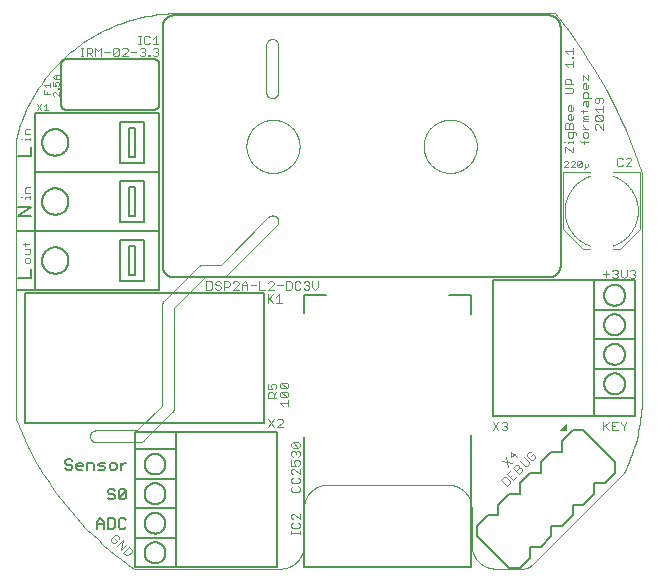
<source format=gto>
G75*
%MOIN*%
%OFA0B0*%
%FSLAX25Y25*%
%IPPOS*%
%LPD*%
%AMOC8*
5,1,8,0,0,1.08239X$1,22.5*
%
%ADD10C,0.00600*%
%ADD11C,0.00400*%
%ADD12C,0.00500*%
%ADD13C,0.00000*%
%ADD14C,0.00300*%
%ADD15C,0.00039*%
D10*
X0002667Y0095971D02*
X0008667Y0095971D01*
X0007367Y0100069D02*
X0007367Y0103005D01*
X0007367Y0100069D02*
X0002963Y0100069D01*
X0002667Y0115571D02*
X0008667Y0115571D01*
X0007367Y0120569D02*
X0002963Y0120569D01*
X0007367Y0123505D01*
X0002963Y0123505D01*
X0002963Y0140569D02*
X0007367Y0140569D01*
X0007367Y0143505D01*
X0156022Y0017334D02*
X0156022Y0013799D01*
X0166629Y0003192D01*
X0170164Y0003192D01*
X0173700Y0006728D01*
X0173700Y0010263D01*
X0177235Y0010263D01*
X0180771Y0013799D01*
X0180771Y0017334D01*
X0184307Y0017334D01*
X0187842Y0020870D01*
X0187842Y0024405D01*
X0191378Y0024405D01*
X0194913Y0027941D01*
X0194913Y0031476D01*
X0198449Y0031476D01*
X0201984Y0035012D01*
X0201984Y0038547D01*
X0191378Y0049154D01*
X0187842Y0049154D01*
X0184307Y0045618D01*
X0184307Y0042083D01*
X0180771Y0042083D01*
X0177235Y0038547D01*
X0177235Y0035012D01*
X0173700Y0035012D01*
X0170164Y0031476D01*
X0170164Y0027941D01*
X0166629Y0027941D01*
X0163093Y0024405D01*
X0163093Y0020870D01*
X0159558Y0020870D01*
X0156022Y0017334D01*
D11*
X0165919Y0030576D02*
X0166909Y0031567D01*
X0166909Y0032227D01*
X0165588Y0033549D01*
X0164928Y0033549D01*
X0163937Y0032558D01*
X0165919Y0030576D01*
X0168002Y0032660D02*
X0169323Y0033981D01*
X0170086Y0034743D02*
X0171076Y0035734D01*
X0171076Y0036395D01*
X0170746Y0036725D01*
X0170086Y0036725D01*
X0169095Y0035734D01*
X0170086Y0036725D02*
X0170086Y0037385D01*
X0169755Y0037716D01*
X0169095Y0037716D01*
X0168104Y0036725D01*
X0170086Y0034743D01*
X0167672Y0034311D02*
X0167011Y0033650D01*
X0168002Y0032660D02*
X0166020Y0034641D01*
X0167342Y0035962D01*
X0166237Y0037028D02*
X0165577Y0040331D01*
X0167330Y0040102D02*
X0167330Y0042084D01*
X0169311Y0040102D01*
X0168651Y0041424D02*
X0167330Y0040102D01*
X0167558Y0038349D02*
X0164256Y0039010D01*
X0170187Y0038808D02*
X0171839Y0037157D01*
X0172499Y0037157D01*
X0173160Y0037817D01*
X0173160Y0038478D01*
X0171509Y0040129D01*
X0172601Y0040562D02*
X0173922Y0039240D01*
X0174583Y0039240D01*
X0175243Y0039901D01*
X0175243Y0040562D01*
X0174583Y0041222D01*
X0173922Y0040562D01*
X0173922Y0041883D02*
X0173262Y0041883D01*
X0172601Y0041222D01*
X0172601Y0040562D01*
X0165535Y0049112D02*
X0164601Y0049112D01*
X0164134Y0049579D01*
X0163055Y0049112D02*
X0161187Y0051914D01*
X0163055Y0051914D02*
X0161187Y0049112D01*
X0164134Y0051447D02*
X0164601Y0051914D01*
X0165535Y0051914D01*
X0166002Y0051447D01*
X0166002Y0050980D01*
X0165535Y0050513D01*
X0166002Y0050046D01*
X0166002Y0049579D01*
X0165535Y0049112D01*
X0165535Y0050513D02*
X0165068Y0050513D01*
X0197985Y0050113D02*
X0199853Y0051981D01*
X0200931Y0051981D02*
X0200931Y0049179D01*
X0202800Y0049179D01*
X0201865Y0050580D02*
X0200931Y0050580D01*
X0200931Y0051981D02*
X0202800Y0051981D01*
X0203878Y0051981D02*
X0203878Y0051514D01*
X0204812Y0050580D01*
X0204812Y0049179D01*
X0204812Y0050580D02*
X0205746Y0051514D01*
X0205746Y0051981D01*
X0199853Y0049179D02*
X0198452Y0050580D01*
X0197985Y0051981D02*
X0197985Y0049179D01*
X0201468Y0099783D02*
X0201001Y0100250D01*
X0201468Y0099783D02*
X0202403Y0099783D01*
X0202870Y0100250D01*
X0202870Y0100717D01*
X0202403Y0101185D01*
X0201935Y0101185D01*
X0202403Y0101185D02*
X0202870Y0101652D01*
X0202870Y0102119D01*
X0202403Y0102586D01*
X0201468Y0102586D01*
X0201001Y0102119D01*
X0199923Y0101185D02*
X0198055Y0101185D01*
X0198989Y0102119D02*
X0198989Y0100250D01*
X0203948Y0100717D02*
X0203948Y0102586D01*
X0205816Y0102586D02*
X0205816Y0100717D01*
X0204882Y0099783D01*
X0203948Y0100717D01*
X0206894Y0100250D02*
X0207361Y0099783D01*
X0208296Y0099783D01*
X0208763Y0100250D01*
X0208763Y0100717D01*
X0208296Y0101185D01*
X0207829Y0101185D01*
X0208296Y0101185D02*
X0208763Y0101652D01*
X0208763Y0102119D01*
X0208296Y0102586D01*
X0207361Y0102586D01*
X0206894Y0102119D01*
X0203482Y0109567D02*
X0201119Y0109567D01*
X0203482Y0109567D02*
X0210175Y0116260D01*
X0210175Y0135157D01*
X0201119Y0135157D01*
X0203074Y0137243D02*
X0204008Y0137243D01*
X0204475Y0137710D01*
X0205553Y0137243D02*
X0207422Y0139111D01*
X0207422Y0139579D01*
X0206955Y0140046D01*
X0206020Y0140046D01*
X0205553Y0139579D01*
X0204475Y0139579D02*
X0204008Y0140046D01*
X0203074Y0140046D01*
X0202607Y0139579D01*
X0202607Y0137710D01*
X0203074Y0137243D01*
X0205553Y0137243D02*
X0207422Y0137243D01*
X0198067Y0149378D02*
X0196198Y0151246D01*
X0195731Y0151246D01*
X0195264Y0150779D01*
X0195264Y0149845D01*
X0195731Y0149378D01*
X0198067Y0149378D02*
X0198067Y0151246D01*
X0197600Y0152324D02*
X0195731Y0152324D01*
X0195264Y0152791D01*
X0195264Y0153725D01*
X0195731Y0154192D01*
X0197600Y0152324D01*
X0198067Y0152791D01*
X0198067Y0153725D01*
X0197600Y0154192D01*
X0195731Y0154192D01*
X0196198Y0155271D02*
X0195264Y0156205D01*
X0198067Y0156205D01*
X0198067Y0155271D02*
X0198067Y0157139D01*
X0197600Y0158217D02*
X0198067Y0158684D01*
X0198067Y0159618D01*
X0197600Y0160086D01*
X0195731Y0160086D01*
X0195264Y0159618D01*
X0195264Y0158684D01*
X0195731Y0158217D01*
X0196198Y0158217D01*
X0196665Y0158684D01*
X0196665Y0160086D01*
X0194001Y0159963D02*
X0191198Y0159963D01*
X0191198Y0161364D01*
X0191665Y0161831D01*
X0192600Y0161831D01*
X0193067Y0161364D01*
X0193067Y0159963D01*
X0193067Y0158885D02*
X0191665Y0158885D01*
X0191198Y0158417D01*
X0191198Y0157483D01*
X0192133Y0157483D02*
X0192133Y0158885D01*
X0193067Y0158885D02*
X0193067Y0157483D01*
X0192600Y0157016D01*
X0192133Y0157483D01*
X0193067Y0155986D02*
X0192600Y0155519D01*
X0190731Y0155519D01*
X0191198Y0155052D02*
X0191198Y0155986D01*
X0191665Y0153974D02*
X0193067Y0153974D01*
X0193067Y0153040D02*
X0191665Y0153040D01*
X0191198Y0153507D01*
X0191665Y0153974D01*
X0191665Y0153040D02*
X0191198Y0152572D01*
X0191198Y0152105D01*
X0193067Y0152105D01*
X0191198Y0151051D02*
X0191198Y0150584D01*
X0192133Y0149650D01*
X0193067Y0149650D02*
X0191198Y0149650D01*
X0191665Y0148572D02*
X0191198Y0148105D01*
X0191198Y0147171D01*
X0191665Y0146703D01*
X0192600Y0146703D01*
X0193067Y0147171D01*
X0193067Y0148105D01*
X0192600Y0148572D01*
X0191665Y0148572D01*
X0189001Y0148158D02*
X0189001Y0147691D01*
X0189001Y0148158D02*
X0188534Y0148625D01*
X0186198Y0148625D01*
X0186198Y0147224D01*
X0186665Y0146757D01*
X0187600Y0146757D01*
X0188067Y0147224D01*
X0188067Y0148625D01*
X0188067Y0149703D02*
X0188067Y0151105D01*
X0187600Y0151572D01*
X0187133Y0151572D01*
X0186665Y0151105D01*
X0186665Y0149703D01*
X0185264Y0149703D02*
X0185264Y0151105D01*
X0185731Y0151572D01*
X0186198Y0151572D01*
X0186665Y0151105D01*
X0186665Y0152650D02*
X0186198Y0153117D01*
X0186198Y0154051D01*
X0186665Y0154518D01*
X0187133Y0154518D01*
X0187133Y0152650D01*
X0187600Y0152650D02*
X0186665Y0152650D01*
X0187600Y0152650D02*
X0188067Y0153117D01*
X0188067Y0154051D01*
X0187600Y0155597D02*
X0186665Y0155597D01*
X0186198Y0156064D01*
X0186198Y0156998D01*
X0186665Y0157465D01*
X0187133Y0157465D01*
X0187133Y0155597D01*
X0187600Y0155597D02*
X0188067Y0156064D01*
X0188067Y0156998D01*
X0187600Y0161490D02*
X0185264Y0161490D01*
X0185264Y0163358D02*
X0187600Y0163358D01*
X0188067Y0162891D01*
X0188067Y0161957D01*
X0187600Y0161490D01*
X0188067Y0164436D02*
X0185264Y0164436D01*
X0185264Y0165837D01*
X0185731Y0166304D01*
X0186665Y0166304D01*
X0187133Y0165837D01*
X0187133Y0164436D01*
X0191198Y0164311D02*
X0191665Y0164778D01*
X0192133Y0164778D01*
X0192133Y0162909D01*
X0192600Y0162909D02*
X0191665Y0162909D01*
X0191198Y0163376D01*
X0191198Y0164311D01*
X0191198Y0165856D02*
X0191198Y0167724D01*
X0193067Y0165856D01*
X0193067Y0167724D01*
X0193067Y0164311D02*
X0193067Y0163376D01*
X0192600Y0162909D01*
X0188067Y0170329D02*
X0188067Y0172197D01*
X0188067Y0171263D02*
X0185264Y0171263D01*
X0186198Y0170329D01*
X0187600Y0173276D02*
X0187600Y0173743D01*
X0188067Y0173743D01*
X0188067Y0173276D01*
X0187600Y0173276D01*
X0188067Y0174749D02*
X0188067Y0176617D01*
X0188067Y0175683D02*
X0185264Y0175683D01*
X0186198Y0174749D01*
X0185264Y0149703D02*
X0188067Y0149703D01*
X0188067Y0145727D02*
X0188067Y0144793D01*
X0188067Y0145260D02*
X0186198Y0145260D01*
X0186198Y0144793D01*
X0185264Y0145260D02*
X0184797Y0145260D01*
X0185264Y0143714D02*
X0185731Y0143714D01*
X0187600Y0141846D01*
X0188067Y0141846D01*
X0188067Y0143714D01*
X0190264Y0145673D02*
X0190731Y0145206D01*
X0193067Y0145206D01*
X0191665Y0144739D02*
X0191665Y0145673D01*
X0185264Y0143714D02*
X0185264Y0141846D01*
X0184584Y0135157D02*
X0193639Y0135157D01*
X0184584Y0135157D02*
X0184584Y0116260D01*
X0191277Y0109567D01*
X0193639Y0109567D01*
X0201119Y0110747D02*
X0201402Y0110842D01*
X0201683Y0110944D01*
X0201960Y0111053D01*
X0202236Y0111168D01*
X0202508Y0111290D01*
X0202777Y0111419D01*
X0203043Y0111554D01*
X0203305Y0111696D01*
X0203564Y0111844D01*
X0203820Y0111998D01*
X0204071Y0112159D01*
X0204319Y0112326D01*
X0204562Y0112498D01*
X0204801Y0112677D01*
X0205036Y0112861D01*
X0205266Y0113051D01*
X0205491Y0113247D01*
X0205711Y0113448D01*
X0205927Y0113654D01*
X0206137Y0113866D01*
X0206342Y0114082D01*
X0206542Y0114304D01*
X0206736Y0114531D01*
X0206925Y0114762D01*
X0207108Y0114997D01*
X0207285Y0115237D01*
X0207456Y0115482D01*
X0207621Y0115730D01*
X0207780Y0115983D01*
X0207933Y0116239D01*
X0208080Y0116499D01*
X0208220Y0116762D01*
X0208354Y0117029D01*
X0208481Y0117299D01*
X0208601Y0117572D01*
X0208715Y0117847D01*
X0208822Y0118126D01*
X0208922Y0118407D01*
X0209015Y0118690D01*
X0209102Y0118976D01*
X0209181Y0119264D01*
X0209253Y0119553D01*
X0209318Y0119844D01*
X0209376Y0120137D01*
X0209427Y0120431D01*
X0209471Y0120726D01*
X0209507Y0121022D01*
X0209536Y0121319D01*
X0209558Y0121617D01*
X0209573Y0121915D01*
X0209580Y0122213D01*
X0209580Y0122511D01*
X0209573Y0122809D01*
X0209558Y0123107D01*
X0209536Y0123405D01*
X0209507Y0123702D01*
X0209471Y0123998D01*
X0209427Y0124293D01*
X0209376Y0124587D01*
X0209318Y0124880D01*
X0209253Y0125171D01*
X0209181Y0125460D01*
X0209102Y0125748D01*
X0209015Y0126034D01*
X0208922Y0126317D01*
X0208822Y0126598D01*
X0208715Y0126877D01*
X0208601Y0127152D01*
X0208481Y0127425D01*
X0208354Y0127695D01*
X0208220Y0127962D01*
X0208080Y0128225D01*
X0207933Y0128485D01*
X0207780Y0128741D01*
X0207621Y0128994D01*
X0207456Y0129242D01*
X0207285Y0129487D01*
X0207108Y0129727D01*
X0206925Y0129962D01*
X0206736Y0130193D01*
X0206542Y0130420D01*
X0206342Y0130642D01*
X0206137Y0130858D01*
X0205927Y0131070D01*
X0205711Y0131276D01*
X0205491Y0131477D01*
X0205266Y0131673D01*
X0205036Y0131863D01*
X0204801Y0132047D01*
X0204562Y0132226D01*
X0204319Y0132398D01*
X0204071Y0132565D01*
X0203820Y0132726D01*
X0203564Y0132880D01*
X0203305Y0133028D01*
X0203043Y0133170D01*
X0202777Y0133305D01*
X0202508Y0133434D01*
X0202236Y0133556D01*
X0201960Y0133671D01*
X0201683Y0133780D01*
X0201402Y0133882D01*
X0201119Y0133977D01*
X0193639Y0133977D02*
X0193356Y0133882D01*
X0193075Y0133780D01*
X0192798Y0133671D01*
X0192522Y0133556D01*
X0192250Y0133434D01*
X0191981Y0133305D01*
X0191715Y0133170D01*
X0191453Y0133028D01*
X0191194Y0132880D01*
X0190938Y0132726D01*
X0190687Y0132565D01*
X0190439Y0132398D01*
X0190196Y0132226D01*
X0189957Y0132047D01*
X0189722Y0131863D01*
X0189492Y0131673D01*
X0189267Y0131477D01*
X0189047Y0131276D01*
X0188831Y0131070D01*
X0188621Y0130858D01*
X0188416Y0130642D01*
X0188216Y0130420D01*
X0188022Y0130193D01*
X0187833Y0129962D01*
X0187650Y0129727D01*
X0187473Y0129487D01*
X0187302Y0129242D01*
X0187137Y0128994D01*
X0186978Y0128741D01*
X0186825Y0128485D01*
X0186678Y0128225D01*
X0186538Y0127962D01*
X0186404Y0127695D01*
X0186277Y0127425D01*
X0186157Y0127152D01*
X0186043Y0126877D01*
X0185936Y0126598D01*
X0185836Y0126317D01*
X0185743Y0126034D01*
X0185656Y0125748D01*
X0185577Y0125460D01*
X0185505Y0125171D01*
X0185440Y0124880D01*
X0185382Y0124587D01*
X0185331Y0124293D01*
X0185287Y0123998D01*
X0185251Y0123702D01*
X0185222Y0123405D01*
X0185200Y0123107D01*
X0185185Y0122809D01*
X0185178Y0122511D01*
X0185178Y0122213D01*
X0185185Y0121915D01*
X0185200Y0121617D01*
X0185222Y0121319D01*
X0185251Y0121022D01*
X0185287Y0120726D01*
X0185331Y0120431D01*
X0185382Y0120137D01*
X0185440Y0119844D01*
X0185505Y0119553D01*
X0185577Y0119264D01*
X0185656Y0118976D01*
X0185743Y0118690D01*
X0185836Y0118407D01*
X0185936Y0118126D01*
X0186043Y0117847D01*
X0186157Y0117572D01*
X0186277Y0117299D01*
X0186404Y0117029D01*
X0186538Y0116762D01*
X0186678Y0116499D01*
X0186825Y0116239D01*
X0186978Y0115983D01*
X0187137Y0115730D01*
X0187302Y0115482D01*
X0187473Y0115237D01*
X0187650Y0114997D01*
X0187833Y0114762D01*
X0188022Y0114531D01*
X0188216Y0114304D01*
X0188416Y0114082D01*
X0188621Y0113866D01*
X0188831Y0113654D01*
X0189047Y0113448D01*
X0189267Y0113247D01*
X0189492Y0113051D01*
X0189722Y0112861D01*
X0189957Y0112677D01*
X0190196Y0112498D01*
X0190439Y0112326D01*
X0190687Y0112159D01*
X0190938Y0111998D01*
X0191194Y0111844D01*
X0191453Y0111696D01*
X0191715Y0111554D01*
X0191981Y0111419D01*
X0192250Y0111290D01*
X0192522Y0111168D01*
X0192798Y0111053D01*
X0193075Y0110944D01*
X0193356Y0110842D01*
X0193639Y0110747D01*
X0102972Y0098867D02*
X0102972Y0096999D01*
X0102038Y0096064D01*
X0101104Y0096999D01*
X0101104Y0098867D01*
X0100026Y0098400D02*
X0100026Y0097933D01*
X0099559Y0097466D01*
X0100026Y0096999D01*
X0100026Y0096532D01*
X0099559Y0096064D01*
X0098625Y0096064D01*
X0098157Y0096532D01*
X0097079Y0096532D02*
X0096612Y0096064D01*
X0095678Y0096064D01*
X0095211Y0096532D01*
X0095211Y0098400D01*
X0095678Y0098867D01*
X0096612Y0098867D01*
X0097079Y0098400D01*
X0098157Y0098400D02*
X0098625Y0098867D01*
X0099559Y0098867D01*
X0100026Y0098400D01*
X0099559Y0097466D02*
X0099092Y0097466D01*
X0094133Y0096532D02*
X0094133Y0098400D01*
X0093666Y0098867D01*
X0092264Y0098867D01*
X0092264Y0096064D01*
X0093666Y0096064D01*
X0094133Y0096532D01*
X0091186Y0097466D02*
X0089318Y0097466D01*
X0088240Y0097933D02*
X0088240Y0098400D01*
X0087773Y0098867D01*
X0086838Y0098867D01*
X0086371Y0098400D01*
X0088240Y0097933D02*
X0086371Y0096064D01*
X0088240Y0096064D01*
X0087985Y0094552D02*
X0086117Y0092684D01*
X0086584Y0093151D02*
X0087985Y0091749D01*
X0089064Y0091749D02*
X0090932Y0091749D01*
X0089998Y0091749D02*
X0089998Y0094552D01*
X0089064Y0093618D01*
X0086117Y0094552D02*
X0086117Y0091749D01*
X0085293Y0096064D02*
X0083425Y0096064D01*
X0083425Y0098867D01*
X0082347Y0097466D02*
X0080478Y0097466D01*
X0079400Y0097466D02*
X0077532Y0097466D01*
X0077532Y0097933D02*
X0078466Y0098867D01*
X0079400Y0097933D01*
X0079400Y0096064D01*
X0077532Y0096064D02*
X0077532Y0097933D01*
X0076454Y0097933D02*
X0074585Y0096064D01*
X0076454Y0096064D01*
X0076454Y0097933D02*
X0076454Y0098400D01*
X0075987Y0098867D01*
X0075052Y0098867D01*
X0074585Y0098400D01*
X0073507Y0098400D02*
X0073040Y0098867D01*
X0071639Y0098867D01*
X0071639Y0096064D01*
X0071639Y0096999D02*
X0073040Y0096999D01*
X0073507Y0097466D01*
X0073507Y0098400D01*
X0070561Y0098400D02*
X0070093Y0098867D01*
X0069159Y0098867D01*
X0068692Y0098400D01*
X0068692Y0097933D01*
X0069159Y0097466D01*
X0070093Y0097466D01*
X0070561Y0096999D01*
X0070561Y0096532D01*
X0070093Y0096064D01*
X0069159Y0096064D01*
X0068692Y0096532D01*
X0067614Y0096532D02*
X0067614Y0098400D01*
X0067147Y0098867D01*
X0065746Y0098867D01*
X0065746Y0096064D01*
X0067147Y0096064D01*
X0067614Y0096532D01*
X0086286Y0064759D02*
X0086286Y0062891D01*
X0087687Y0062891D01*
X0087220Y0063825D01*
X0087220Y0064292D01*
X0087687Y0064759D01*
X0088621Y0064759D01*
X0089088Y0064292D01*
X0089088Y0063358D01*
X0088621Y0062891D01*
X0089088Y0061813D02*
X0088154Y0060879D01*
X0088154Y0061346D02*
X0088154Y0059945D01*
X0089088Y0059945D02*
X0086286Y0059945D01*
X0086286Y0061346D01*
X0086753Y0061813D01*
X0087687Y0061813D01*
X0088154Y0061346D01*
X0090215Y0061590D02*
X0090215Y0060656D01*
X0090682Y0060189D01*
X0092550Y0060189D01*
X0090682Y0062057D01*
X0092550Y0062057D01*
X0093017Y0061590D01*
X0093017Y0060656D01*
X0092550Y0060189D01*
X0093017Y0059110D02*
X0093017Y0057242D01*
X0093017Y0058176D02*
X0090215Y0058176D01*
X0091149Y0057242D01*
X0090215Y0061590D02*
X0090682Y0062057D01*
X0090682Y0063135D02*
X0090215Y0063602D01*
X0090215Y0064536D01*
X0090682Y0065004D01*
X0092550Y0063135D01*
X0093017Y0063602D01*
X0093017Y0064536D01*
X0092550Y0065004D01*
X0090682Y0065004D01*
X0090682Y0063135D02*
X0092550Y0063135D01*
X0090714Y0052939D02*
X0089780Y0052939D01*
X0089313Y0052472D01*
X0088235Y0052939D02*
X0086367Y0050137D01*
X0088235Y0050137D02*
X0086367Y0052939D01*
X0089313Y0050137D02*
X0091181Y0052005D01*
X0091181Y0052472D01*
X0090714Y0052939D01*
X0091181Y0050137D02*
X0089313Y0050137D01*
X0094537Y0045183D02*
X0096405Y0043314D01*
X0096872Y0043781D01*
X0096872Y0044716D01*
X0096405Y0045183D01*
X0094537Y0045183D01*
X0094070Y0044716D01*
X0094070Y0043781D01*
X0094537Y0043314D01*
X0096405Y0043314D01*
X0096405Y0042236D02*
X0096872Y0041769D01*
X0096872Y0040835D01*
X0096405Y0040368D01*
X0096405Y0039290D02*
X0095471Y0039290D01*
X0095004Y0038823D01*
X0095004Y0038355D01*
X0095471Y0037421D01*
X0094070Y0037421D01*
X0094070Y0039290D01*
X0094537Y0040368D02*
X0094070Y0040835D01*
X0094070Y0041769D01*
X0094537Y0042236D01*
X0095004Y0042236D01*
X0095471Y0041769D01*
X0095938Y0042236D01*
X0096405Y0042236D01*
X0095471Y0041769D02*
X0095471Y0041302D01*
X0096405Y0039290D02*
X0096872Y0038823D01*
X0096872Y0037888D01*
X0096405Y0037421D01*
X0096872Y0036343D02*
X0096872Y0034475D01*
X0095004Y0036343D01*
X0094537Y0036343D01*
X0094070Y0035876D01*
X0094070Y0034942D01*
X0094537Y0034475D01*
X0094537Y0033397D02*
X0094070Y0032929D01*
X0094070Y0031995D01*
X0094537Y0031528D01*
X0096405Y0031528D01*
X0096872Y0031995D01*
X0096872Y0032929D01*
X0096405Y0033397D01*
X0096405Y0030450D02*
X0096872Y0029983D01*
X0096872Y0029049D01*
X0096405Y0028582D01*
X0094537Y0028582D01*
X0094070Y0029049D01*
X0094070Y0029983D01*
X0094537Y0030450D01*
X0094537Y0021314D02*
X0094070Y0020847D01*
X0094070Y0019912D01*
X0094537Y0019445D01*
X0094537Y0018367D02*
X0094070Y0017900D01*
X0094070Y0016966D01*
X0094537Y0016499D01*
X0096405Y0016499D01*
X0096872Y0016966D01*
X0096872Y0017900D01*
X0096405Y0018367D01*
X0096872Y0019445D02*
X0095004Y0021314D01*
X0094537Y0021314D01*
X0096872Y0021314D02*
X0096872Y0019445D01*
X0096872Y0015469D02*
X0096872Y0014535D01*
X0096872Y0015002D02*
X0094070Y0015002D01*
X0094070Y0014535D02*
X0094070Y0015469D01*
X0040886Y0009412D02*
X0039895Y0010403D01*
X0037913Y0008421D01*
X0038904Y0007431D01*
X0039565Y0007431D01*
X0040886Y0008752D01*
X0040886Y0009412D01*
X0039133Y0011165D02*
X0037151Y0009184D01*
X0037812Y0012486D01*
X0035830Y0010505D01*
X0035398Y0011598D02*
X0036058Y0012258D01*
X0035398Y0012919D01*
X0035398Y0014240D02*
X0034077Y0012919D01*
X0034077Y0012258D01*
X0034737Y0011598D01*
X0035398Y0011598D01*
X0036719Y0012919D02*
X0036719Y0013579D01*
X0036058Y0014240D01*
X0035398Y0014240D01*
X0006600Y0104842D02*
X0005665Y0104842D01*
X0005198Y0105309D01*
X0005198Y0106243D01*
X0005665Y0106710D01*
X0006600Y0106710D01*
X0007067Y0106243D01*
X0007067Y0105309D01*
X0006600Y0104842D01*
X0006600Y0107789D02*
X0005198Y0107789D01*
X0006600Y0107789D02*
X0007067Y0108256D01*
X0007067Y0109657D01*
X0005198Y0109657D01*
X0005198Y0110735D02*
X0005198Y0111669D01*
X0004731Y0111202D02*
X0006600Y0111202D01*
X0007067Y0111669D01*
X0007067Y0126315D02*
X0007067Y0127249D01*
X0007067Y0126782D02*
X0005198Y0126782D01*
X0005198Y0126315D01*
X0004264Y0126782D02*
X0003797Y0126782D01*
X0005198Y0128280D02*
X0005198Y0129681D01*
X0005665Y0130148D01*
X0007067Y0130148D01*
X0007067Y0128280D02*
X0005198Y0128280D01*
X0005198Y0145815D02*
X0005198Y0146282D01*
X0007067Y0146282D01*
X0007067Y0145815D02*
X0007067Y0146749D01*
X0007067Y0147780D02*
X0005198Y0147780D01*
X0005198Y0149181D01*
X0005665Y0149648D01*
X0007067Y0149648D01*
X0004264Y0146282D02*
X0003797Y0146282D01*
X0023837Y0173890D02*
X0024771Y0173890D01*
X0024304Y0173890D02*
X0024304Y0176692D01*
X0023837Y0176692D02*
X0024771Y0176692D01*
X0025802Y0176692D02*
X0027203Y0176692D01*
X0027670Y0176225D01*
X0027670Y0175291D01*
X0027203Y0174824D01*
X0025802Y0174824D01*
X0026736Y0174824D02*
X0027670Y0173890D01*
X0028748Y0173890D02*
X0028748Y0176692D01*
X0029682Y0175758D01*
X0030616Y0176692D01*
X0030616Y0173890D01*
X0031695Y0175291D02*
X0033563Y0175291D01*
X0034641Y0174357D02*
X0034641Y0176225D01*
X0035108Y0176692D01*
X0036042Y0176692D01*
X0036509Y0176225D01*
X0034641Y0174357D01*
X0035108Y0173890D01*
X0036042Y0173890D01*
X0036509Y0174357D01*
X0036509Y0176225D01*
X0037588Y0176225D02*
X0038055Y0176692D01*
X0038989Y0176692D01*
X0039456Y0176225D01*
X0039456Y0175758D01*
X0037588Y0173890D01*
X0039456Y0173890D01*
X0040534Y0175291D02*
X0042402Y0175291D01*
X0043481Y0176225D02*
X0043948Y0176692D01*
X0044882Y0176692D01*
X0045349Y0176225D01*
X0045349Y0175758D01*
X0044882Y0175291D01*
X0045349Y0174824D01*
X0045349Y0174357D01*
X0044882Y0173890D01*
X0043948Y0173890D01*
X0043481Y0174357D01*
X0044415Y0175291D02*
X0044882Y0175291D01*
X0046427Y0174357D02*
X0046894Y0174357D01*
X0046894Y0173890D01*
X0046427Y0173890D01*
X0046427Y0174357D01*
X0047900Y0174357D02*
X0048368Y0173890D01*
X0049302Y0173890D01*
X0049769Y0174357D01*
X0049769Y0174824D01*
X0049302Y0175291D01*
X0048835Y0175291D01*
X0049302Y0175291D02*
X0049769Y0175758D01*
X0049769Y0176225D01*
X0049302Y0176692D01*
X0048368Y0176692D01*
X0047900Y0176225D01*
X0047900Y0177827D02*
X0049769Y0177827D01*
X0048835Y0177827D02*
X0048835Y0180629D01*
X0047900Y0179695D01*
X0046822Y0180162D02*
X0046355Y0180629D01*
X0045421Y0180629D01*
X0044954Y0180162D01*
X0044954Y0178294D01*
X0045421Y0177827D01*
X0046355Y0177827D01*
X0046822Y0178294D01*
X0043924Y0177827D02*
X0042990Y0177827D01*
X0043457Y0177827D02*
X0043457Y0180629D01*
X0042990Y0180629D02*
X0043924Y0180629D01*
X0025802Y0176692D02*
X0025802Y0173890D01*
D12*
X0029162Y0018617D02*
X0029162Y0016281D01*
X0029162Y0018033D02*
X0031498Y0018033D01*
X0031498Y0018617D02*
X0031498Y0016281D01*
X0032846Y0016281D02*
X0034597Y0016281D01*
X0035181Y0016865D01*
X0035181Y0019201D01*
X0034597Y0019784D01*
X0032846Y0019784D01*
X0032846Y0016281D01*
X0031498Y0018617D02*
X0030330Y0019784D01*
X0029162Y0018617D01*
X0036529Y0019201D02*
X0036529Y0016865D01*
X0037113Y0016281D01*
X0038280Y0016281D01*
X0038864Y0016865D01*
X0041930Y0013307D02*
X0055513Y0013307D01*
X0055513Y0003464D01*
X0089175Y0003464D01*
X0089175Y0013307D01*
X0089175Y0023149D01*
X0089175Y0032992D01*
X0089175Y0042835D01*
X0089175Y0048740D01*
X0055513Y0048740D01*
X0055513Y0042835D01*
X0041930Y0042835D01*
X0041930Y0032992D01*
X0055513Y0032992D01*
X0055513Y0023149D01*
X0041930Y0023149D01*
X0041930Y0013307D01*
X0041930Y0003464D01*
X0055513Y0003464D01*
X0045143Y0008386D02*
X0045145Y0008504D01*
X0045151Y0008621D01*
X0045161Y0008738D01*
X0045175Y0008855D01*
X0045193Y0008971D01*
X0045214Y0009087D01*
X0045240Y0009201D01*
X0045269Y0009315D01*
X0045303Y0009428D01*
X0045340Y0009539D01*
X0045381Y0009650D01*
X0045425Y0009758D01*
X0045473Y0009866D01*
X0045525Y0009971D01*
X0045580Y0010075D01*
X0045639Y0010177D01*
X0045701Y0010276D01*
X0045767Y0010374D01*
X0045836Y0010469D01*
X0045907Y0010562D01*
X0045983Y0010653D01*
X0046061Y0010741D01*
X0046142Y0010826D01*
X0046225Y0010908D01*
X0046312Y0010988D01*
X0046401Y0011064D01*
X0046493Y0011138D01*
X0046587Y0011208D01*
X0046684Y0011275D01*
X0046782Y0011339D01*
X0046883Y0011400D01*
X0046986Y0011457D01*
X0047090Y0011510D01*
X0047197Y0011560D01*
X0047305Y0011607D01*
X0047414Y0011649D01*
X0047525Y0011688D01*
X0047637Y0011724D01*
X0047751Y0011755D01*
X0047865Y0011782D01*
X0047980Y0011806D01*
X0048096Y0011826D01*
X0048213Y0011842D01*
X0048329Y0011854D01*
X0048447Y0011862D01*
X0048564Y0011866D01*
X0048682Y0011866D01*
X0048799Y0011862D01*
X0048917Y0011854D01*
X0049033Y0011842D01*
X0049150Y0011826D01*
X0049266Y0011806D01*
X0049381Y0011782D01*
X0049495Y0011755D01*
X0049609Y0011724D01*
X0049721Y0011688D01*
X0049832Y0011649D01*
X0049941Y0011607D01*
X0050049Y0011560D01*
X0050156Y0011510D01*
X0050260Y0011457D01*
X0050363Y0011400D01*
X0050464Y0011339D01*
X0050562Y0011275D01*
X0050659Y0011208D01*
X0050753Y0011138D01*
X0050845Y0011064D01*
X0050934Y0010988D01*
X0051021Y0010908D01*
X0051104Y0010826D01*
X0051185Y0010741D01*
X0051263Y0010653D01*
X0051339Y0010562D01*
X0051410Y0010469D01*
X0051479Y0010374D01*
X0051545Y0010276D01*
X0051607Y0010177D01*
X0051666Y0010075D01*
X0051721Y0009971D01*
X0051773Y0009866D01*
X0051821Y0009758D01*
X0051865Y0009650D01*
X0051906Y0009539D01*
X0051943Y0009428D01*
X0051977Y0009315D01*
X0052006Y0009201D01*
X0052032Y0009087D01*
X0052053Y0008971D01*
X0052071Y0008855D01*
X0052085Y0008738D01*
X0052095Y0008621D01*
X0052101Y0008504D01*
X0052103Y0008386D01*
X0052101Y0008268D01*
X0052095Y0008151D01*
X0052085Y0008034D01*
X0052071Y0007917D01*
X0052053Y0007801D01*
X0052032Y0007685D01*
X0052006Y0007571D01*
X0051977Y0007457D01*
X0051943Y0007344D01*
X0051906Y0007233D01*
X0051865Y0007122D01*
X0051821Y0007014D01*
X0051773Y0006906D01*
X0051721Y0006801D01*
X0051666Y0006697D01*
X0051607Y0006595D01*
X0051545Y0006496D01*
X0051479Y0006398D01*
X0051410Y0006303D01*
X0051339Y0006210D01*
X0051263Y0006119D01*
X0051185Y0006031D01*
X0051104Y0005946D01*
X0051021Y0005864D01*
X0050934Y0005784D01*
X0050845Y0005708D01*
X0050753Y0005634D01*
X0050659Y0005564D01*
X0050562Y0005497D01*
X0050464Y0005433D01*
X0050363Y0005372D01*
X0050260Y0005315D01*
X0050156Y0005262D01*
X0050049Y0005212D01*
X0049941Y0005165D01*
X0049832Y0005123D01*
X0049721Y0005084D01*
X0049609Y0005048D01*
X0049495Y0005017D01*
X0049381Y0004990D01*
X0049266Y0004966D01*
X0049150Y0004946D01*
X0049033Y0004930D01*
X0048917Y0004918D01*
X0048799Y0004910D01*
X0048682Y0004906D01*
X0048564Y0004906D01*
X0048447Y0004910D01*
X0048329Y0004918D01*
X0048213Y0004930D01*
X0048096Y0004946D01*
X0047980Y0004966D01*
X0047865Y0004990D01*
X0047751Y0005017D01*
X0047637Y0005048D01*
X0047525Y0005084D01*
X0047414Y0005123D01*
X0047305Y0005165D01*
X0047197Y0005212D01*
X0047090Y0005262D01*
X0046986Y0005315D01*
X0046883Y0005372D01*
X0046782Y0005433D01*
X0046684Y0005497D01*
X0046587Y0005564D01*
X0046493Y0005634D01*
X0046401Y0005708D01*
X0046312Y0005784D01*
X0046225Y0005864D01*
X0046142Y0005946D01*
X0046061Y0006031D01*
X0045983Y0006119D01*
X0045907Y0006210D01*
X0045836Y0006303D01*
X0045767Y0006398D01*
X0045701Y0006496D01*
X0045639Y0006595D01*
X0045580Y0006697D01*
X0045525Y0006801D01*
X0045473Y0006906D01*
X0045425Y0007014D01*
X0045381Y0007122D01*
X0045340Y0007233D01*
X0045303Y0007344D01*
X0045269Y0007457D01*
X0045240Y0007571D01*
X0045214Y0007685D01*
X0045193Y0007801D01*
X0045175Y0007917D01*
X0045161Y0008034D01*
X0045151Y0008151D01*
X0045145Y0008268D01*
X0045143Y0008386D01*
X0045143Y0018228D02*
X0045145Y0018346D01*
X0045151Y0018463D01*
X0045161Y0018580D01*
X0045175Y0018697D01*
X0045193Y0018813D01*
X0045214Y0018929D01*
X0045240Y0019043D01*
X0045269Y0019157D01*
X0045303Y0019270D01*
X0045340Y0019381D01*
X0045381Y0019492D01*
X0045425Y0019600D01*
X0045473Y0019708D01*
X0045525Y0019813D01*
X0045580Y0019917D01*
X0045639Y0020019D01*
X0045701Y0020118D01*
X0045767Y0020216D01*
X0045836Y0020311D01*
X0045907Y0020404D01*
X0045983Y0020495D01*
X0046061Y0020583D01*
X0046142Y0020668D01*
X0046225Y0020750D01*
X0046312Y0020830D01*
X0046401Y0020906D01*
X0046493Y0020980D01*
X0046587Y0021050D01*
X0046684Y0021117D01*
X0046782Y0021181D01*
X0046883Y0021242D01*
X0046986Y0021299D01*
X0047090Y0021352D01*
X0047197Y0021402D01*
X0047305Y0021449D01*
X0047414Y0021491D01*
X0047525Y0021530D01*
X0047637Y0021566D01*
X0047751Y0021597D01*
X0047865Y0021624D01*
X0047980Y0021648D01*
X0048096Y0021668D01*
X0048213Y0021684D01*
X0048329Y0021696D01*
X0048447Y0021704D01*
X0048564Y0021708D01*
X0048682Y0021708D01*
X0048799Y0021704D01*
X0048917Y0021696D01*
X0049033Y0021684D01*
X0049150Y0021668D01*
X0049266Y0021648D01*
X0049381Y0021624D01*
X0049495Y0021597D01*
X0049609Y0021566D01*
X0049721Y0021530D01*
X0049832Y0021491D01*
X0049941Y0021449D01*
X0050049Y0021402D01*
X0050156Y0021352D01*
X0050260Y0021299D01*
X0050363Y0021242D01*
X0050464Y0021181D01*
X0050562Y0021117D01*
X0050659Y0021050D01*
X0050753Y0020980D01*
X0050845Y0020906D01*
X0050934Y0020830D01*
X0051021Y0020750D01*
X0051104Y0020668D01*
X0051185Y0020583D01*
X0051263Y0020495D01*
X0051339Y0020404D01*
X0051410Y0020311D01*
X0051479Y0020216D01*
X0051545Y0020118D01*
X0051607Y0020019D01*
X0051666Y0019917D01*
X0051721Y0019813D01*
X0051773Y0019708D01*
X0051821Y0019600D01*
X0051865Y0019492D01*
X0051906Y0019381D01*
X0051943Y0019270D01*
X0051977Y0019157D01*
X0052006Y0019043D01*
X0052032Y0018929D01*
X0052053Y0018813D01*
X0052071Y0018697D01*
X0052085Y0018580D01*
X0052095Y0018463D01*
X0052101Y0018346D01*
X0052103Y0018228D01*
X0052101Y0018110D01*
X0052095Y0017993D01*
X0052085Y0017876D01*
X0052071Y0017759D01*
X0052053Y0017643D01*
X0052032Y0017527D01*
X0052006Y0017413D01*
X0051977Y0017299D01*
X0051943Y0017186D01*
X0051906Y0017075D01*
X0051865Y0016964D01*
X0051821Y0016856D01*
X0051773Y0016748D01*
X0051721Y0016643D01*
X0051666Y0016539D01*
X0051607Y0016437D01*
X0051545Y0016338D01*
X0051479Y0016240D01*
X0051410Y0016145D01*
X0051339Y0016052D01*
X0051263Y0015961D01*
X0051185Y0015873D01*
X0051104Y0015788D01*
X0051021Y0015706D01*
X0050934Y0015626D01*
X0050845Y0015550D01*
X0050753Y0015476D01*
X0050659Y0015406D01*
X0050562Y0015339D01*
X0050464Y0015275D01*
X0050363Y0015214D01*
X0050260Y0015157D01*
X0050156Y0015104D01*
X0050049Y0015054D01*
X0049941Y0015007D01*
X0049832Y0014965D01*
X0049721Y0014926D01*
X0049609Y0014890D01*
X0049495Y0014859D01*
X0049381Y0014832D01*
X0049266Y0014808D01*
X0049150Y0014788D01*
X0049033Y0014772D01*
X0048917Y0014760D01*
X0048799Y0014752D01*
X0048682Y0014748D01*
X0048564Y0014748D01*
X0048447Y0014752D01*
X0048329Y0014760D01*
X0048213Y0014772D01*
X0048096Y0014788D01*
X0047980Y0014808D01*
X0047865Y0014832D01*
X0047751Y0014859D01*
X0047637Y0014890D01*
X0047525Y0014926D01*
X0047414Y0014965D01*
X0047305Y0015007D01*
X0047197Y0015054D01*
X0047090Y0015104D01*
X0046986Y0015157D01*
X0046883Y0015214D01*
X0046782Y0015275D01*
X0046684Y0015339D01*
X0046587Y0015406D01*
X0046493Y0015476D01*
X0046401Y0015550D01*
X0046312Y0015626D01*
X0046225Y0015706D01*
X0046142Y0015788D01*
X0046061Y0015873D01*
X0045983Y0015961D01*
X0045907Y0016052D01*
X0045836Y0016145D01*
X0045767Y0016240D01*
X0045701Y0016338D01*
X0045639Y0016437D01*
X0045580Y0016539D01*
X0045525Y0016643D01*
X0045473Y0016748D01*
X0045425Y0016856D01*
X0045381Y0016964D01*
X0045340Y0017075D01*
X0045303Y0017186D01*
X0045269Y0017299D01*
X0045240Y0017413D01*
X0045214Y0017527D01*
X0045193Y0017643D01*
X0045175Y0017759D01*
X0045161Y0017876D01*
X0045151Y0017993D01*
X0045145Y0018110D01*
X0045143Y0018228D01*
X0041930Y0023149D02*
X0041930Y0032992D01*
X0038280Y0029627D02*
X0038864Y0029043D01*
X0036529Y0026708D01*
X0037113Y0026124D01*
X0038280Y0026124D01*
X0038864Y0026708D01*
X0038864Y0029043D01*
X0038280Y0029627D02*
X0037113Y0029627D01*
X0036529Y0029043D01*
X0036529Y0026708D01*
X0035181Y0026708D02*
X0034597Y0026124D01*
X0033429Y0026124D01*
X0032846Y0026708D01*
X0033429Y0027875D02*
X0034597Y0027875D01*
X0035181Y0027292D01*
X0035181Y0026708D01*
X0033429Y0027875D02*
X0032846Y0028459D01*
X0032846Y0029043D01*
X0033429Y0029627D01*
X0034597Y0029627D01*
X0035181Y0029043D01*
X0035211Y0035966D02*
X0034043Y0035966D01*
X0033459Y0036550D01*
X0033459Y0037718D01*
X0034043Y0038302D01*
X0035211Y0038302D01*
X0035795Y0037718D01*
X0035795Y0036550D01*
X0035211Y0035966D01*
X0037143Y0035966D02*
X0037143Y0038302D01*
X0038310Y0038302D02*
X0038894Y0038302D01*
X0038310Y0038302D02*
X0037143Y0037134D01*
X0032112Y0036550D02*
X0031528Y0037134D01*
X0030360Y0037134D01*
X0029776Y0037718D01*
X0030360Y0038302D01*
X0032112Y0038302D01*
X0032112Y0036550D02*
X0031528Y0035966D01*
X0029776Y0035966D01*
X0028429Y0035966D02*
X0028429Y0037718D01*
X0027845Y0038302D01*
X0026093Y0038302D01*
X0026093Y0035966D01*
X0024745Y0037134D02*
X0022410Y0037134D01*
X0022410Y0036550D02*
X0022410Y0037718D01*
X0022994Y0038302D01*
X0024162Y0038302D01*
X0024745Y0037718D01*
X0024745Y0037134D01*
X0024162Y0035966D02*
X0022994Y0035966D01*
X0022410Y0036550D01*
X0021062Y0036550D02*
X0020478Y0035966D01*
X0019311Y0035966D01*
X0018727Y0036550D01*
X0019311Y0037718D02*
X0018727Y0038302D01*
X0018727Y0038886D01*
X0019311Y0039469D01*
X0020478Y0039469D01*
X0021062Y0038886D01*
X0020478Y0037718D02*
X0021062Y0037134D01*
X0021062Y0036550D01*
X0020478Y0037718D02*
X0019311Y0037718D01*
X0005316Y0051646D02*
X0005316Y0094953D01*
X0084844Y0094953D01*
X0084844Y0051646D01*
X0005316Y0051646D01*
X0041930Y0048740D02*
X0041930Y0042835D01*
X0041930Y0048740D02*
X0055513Y0048740D01*
X0055513Y0042835D02*
X0055513Y0032992D01*
X0045143Y0028071D02*
X0045145Y0028189D01*
X0045151Y0028306D01*
X0045161Y0028423D01*
X0045175Y0028540D01*
X0045193Y0028656D01*
X0045214Y0028772D01*
X0045240Y0028886D01*
X0045269Y0029000D01*
X0045303Y0029113D01*
X0045340Y0029224D01*
X0045381Y0029335D01*
X0045425Y0029443D01*
X0045473Y0029551D01*
X0045525Y0029656D01*
X0045580Y0029760D01*
X0045639Y0029862D01*
X0045701Y0029961D01*
X0045767Y0030059D01*
X0045836Y0030154D01*
X0045907Y0030247D01*
X0045983Y0030338D01*
X0046061Y0030426D01*
X0046142Y0030511D01*
X0046225Y0030593D01*
X0046312Y0030673D01*
X0046401Y0030749D01*
X0046493Y0030823D01*
X0046587Y0030893D01*
X0046684Y0030960D01*
X0046782Y0031024D01*
X0046883Y0031085D01*
X0046986Y0031142D01*
X0047090Y0031195D01*
X0047197Y0031245D01*
X0047305Y0031292D01*
X0047414Y0031334D01*
X0047525Y0031373D01*
X0047637Y0031409D01*
X0047751Y0031440D01*
X0047865Y0031467D01*
X0047980Y0031491D01*
X0048096Y0031511D01*
X0048213Y0031527D01*
X0048329Y0031539D01*
X0048447Y0031547D01*
X0048564Y0031551D01*
X0048682Y0031551D01*
X0048799Y0031547D01*
X0048917Y0031539D01*
X0049033Y0031527D01*
X0049150Y0031511D01*
X0049266Y0031491D01*
X0049381Y0031467D01*
X0049495Y0031440D01*
X0049609Y0031409D01*
X0049721Y0031373D01*
X0049832Y0031334D01*
X0049941Y0031292D01*
X0050049Y0031245D01*
X0050156Y0031195D01*
X0050260Y0031142D01*
X0050363Y0031085D01*
X0050464Y0031024D01*
X0050562Y0030960D01*
X0050659Y0030893D01*
X0050753Y0030823D01*
X0050845Y0030749D01*
X0050934Y0030673D01*
X0051021Y0030593D01*
X0051104Y0030511D01*
X0051185Y0030426D01*
X0051263Y0030338D01*
X0051339Y0030247D01*
X0051410Y0030154D01*
X0051479Y0030059D01*
X0051545Y0029961D01*
X0051607Y0029862D01*
X0051666Y0029760D01*
X0051721Y0029656D01*
X0051773Y0029551D01*
X0051821Y0029443D01*
X0051865Y0029335D01*
X0051906Y0029224D01*
X0051943Y0029113D01*
X0051977Y0029000D01*
X0052006Y0028886D01*
X0052032Y0028772D01*
X0052053Y0028656D01*
X0052071Y0028540D01*
X0052085Y0028423D01*
X0052095Y0028306D01*
X0052101Y0028189D01*
X0052103Y0028071D01*
X0052101Y0027953D01*
X0052095Y0027836D01*
X0052085Y0027719D01*
X0052071Y0027602D01*
X0052053Y0027486D01*
X0052032Y0027370D01*
X0052006Y0027256D01*
X0051977Y0027142D01*
X0051943Y0027029D01*
X0051906Y0026918D01*
X0051865Y0026807D01*
X0051821Y0026699D01*
X0051773Y0026591D01*
X0051721Y0026486D01*
X0051666Y0026382D01*
X0051607Y0026280D01*
X0051545Y0026181D01*
X0051479Y0026083D01*
X0051410Y0025988D01*
X0051339Y0025895D01*
X0051263Y0025804D01*
X0051185Y0025716D01*
X0051104Y0025631D01*
X0051021Y0025549D01*
X0050934Y0025469D01*
X0050845Y0025393D01*
X0050753Y0025319D01*
X0050659Y0025249D01*
X0050562Y0025182D01*
X0050464Y0025118D01*
X0050363Y0025057D01*
X0050260Y0025000D01*
X0050156Y0024947D01*
X0050049Y0024897D01*
X0049941Y0024850D01*
X0049832Y0024808D01*
X0049721Y0024769D01*
X0049609Y0024733D01*
X0049495Y0024702D01*
X0049381Y0024675D01*
X0049266Y0024651D01*
X0049150Y0024631D01*
X0049033Y0024615D01*
X0048917Y0024603D01*
X0048799Y0024595D01*
X0048682Y0024591D01*
X0048564Y0024591D01*
X0048447Y0024595D01*
X0048329Y0024603D01*
X0048213Y0024615D01*
X0048096Y0024631D01*
X0047980Y0024651D01*
X0047865Y0024675D01*
X0047751Y0024702D01*
X0047637Y0024733D01*
X0047525Y0024769D01*
X0047414Y0024808D01*
X0047305Y0024850D01*
X0047197Y0024897D01*
X0047090Y0024947D01*
X0046986Y0025000D01*
X0046883Y0025057D01*
X0046782Y0025118D01*
X0046684Y0025182D01*
X0046587Y0025249D01*
X0046493Y0025319D01*
X0046401Y0025393D01*
X0046312Y0025469D01*
X0046225Y0025549D01*
X0046142Y0025631D01*
X0046061Y0025716D01*
X0045983Y0025804D01*
X0045907Y0025895D01*
X0045836Y0025988D01*
X0045767Y0026083D01*
X0045701Y0026181D01*
X0045639Y0026280D01*
X0045580Y0026382D01*
X0045525Y0026486D01*
X0045473Y0026591D01*
X0045425Y0026699D01*
X0045381Y0026807D01*
X0045340Y0026918D01*
X0045303Y0027029D01*
X0045269Y0027142D01*
X0045240Y0027256D01*
X0045214Y0027370D01*
X0045193Y0027486D01*
X0045175Y0027602D01*
X0045161Y0027719D01*
X0045151Y0027836D01*
X0045145Y0027953D01*
X0045143Y0028071D01*
X0038280Y0019784D02*
X0037113Y0019784D01*
X0036529Y0019201D01*
X0038280Y0019784D02*
X0038864Y0019201D01*
X0055513Y0023149D02*
X0055513Y0013307D01*
X0045143Y0037913D02*
X0045145Y0038031D01*
X0045151Y0038148D01*
X0045161Y0038265D01*
X0045175Y0038382D01*
X0045193Y0038498D01*
X0045214Y0038614D01*
X0045240Y0038728D01*
X0045269Y0038842D01*
X0045303Y0038955D01*
X0045340Y0039066D01*
X0045381Y0039177D01*
X0045425Y0039285D01*
X0045473Y0039393D01*
X0045525Y0039498D01*
X0045580Y0039602D01*
X0045639Y0039704D01*
X0045701Y0039803D01*
X0045767Y0039901D01*
X0045836Y0039996D01*
X0045907Y0040089D01*
X0045983Y0040180D01*
X0046061Y0040268D01*
X0046142Y0040353D01*
X0046225Y0040435D01*
X0046312Y0040515D01*
X0046401Y0040591D01*
X0046493Y0040665D01*
X0046587Y0040735D01*
X0046684Y0040802D01*
X0046782Y0040866D01*
X0046883Y0040927D01*
X0046986Y0040984D01*
X0047090Y0041037D01*
X0047197Y0041087D01*
X0047305Y0041134D01*
X0047414Y0041176D01*
X0047525Y0041215D01*
X0047637Y0041251D01*
X0047751Y0041282D01*
X0047865Y0041309D01*
X0047980Y0041333D01*
X0048096Y0041353D01*
X0048213Y0041369D01*
X0048329Y0041381D01*
X0048447Y0041389D01*
X0048564Y0041393D01*
X0048682Y0041393D01*
X0048799Y0041389D01*
X0048917Y0041381D01*
X0049033Y0041369D01*
X0049150Y0041353D01*
X0049266Y0041333D01*
X0049381Y0041309D01*
X0049495Y0041282D01*
X0049609Y0041251D01*
X0049721Y0041215D01*
X0049832Y0041176D01*
X0049941Y0041134D01*
X0050049Y0041087D01*
X0050156Y0041037D01*
X0050260Y0040984D01*
X0050363Y0040927D01*
X0050464Y0040866D01*
X0050562Y0040802D01*
X0050659Y0040735D01*
X0050753Y0040665D01*
X0050845Y0040591D01*
X0050934Y0040515D01*
X0051021Y0040435D01*
X0051104Y0040353D01*
X0051185Y0040268D01*
X0051263Y0040180D01*
X0051339Y0040089D01*
X0051410Y0039996D01*
X0051479Y0039901D01*
X0051545Y0039803D01*
X0051607Y0039704D01*
X0051666Y0039602D01*
X0051721Y0039498D01*
X0051773Y0039393D01*
X0051821Y0039285D01*
X0051865Y0039177D01*
X0051906Y0039066D01*
X0051943Y0038955D01*
X0051977Y0038842D01*
X0052006Y0038728D01*
X0052032Y0038614D01*
X0052053Y0038498D01*
X0052071Y0038382D01*
X0052085Y0038265D01*
X0052095Y0038148D01*
X0052101Y0038031D01*
X0052103Y0037913D01*
X0052101Y0037795D01*
X0052095Y0037678D01*
X0052085Y0037561D01*
X0052071Y0037444D01*
X0052053Y0037328D01*
X0052032Y0037212D01*
X0052006Y0037098D01*
X0051977Y0036984D01*
X0051943Y0036871D01*
X0051906Y0036760D01*
X0051865Y0036649D01*
X0051821Y0036541D01*
X0051773Y0036433D01*
X0051721Y0036328D01*
X0051666Y0036224D01*
X0051607Y0036122D01*
X0051545Y0036023D01*
X0051479Y0035925D01*
X0051410Y0035830D01*
X0051339Y0035737D01*
X0051263Y0035646D01*
X0051185Y0035558D01*
X0051104Y0035473D01*
X0051021Y0035391D01*
X0050934Y0035311D01*
X0050845Y0035235D01*
X0050753Y0035161D01*
X0050659Y0035091D01*
X0050562Y0035024D01*
X0050464Y0034960D01*
X0050363Y0034899D01*
X0050260Y0034842D01*
X0050156Y0034789D01*
X0050049Y0034739D01*
X0049941Y0034692D01*
X0049832Y0034650D01*
X0049721Y0034611D01*
X0049609Y0034575D01*
X0049495Y0034544D01*
X0049381Y0034517D01*
X0049266Y0034493D01*
X0049150Y0034473D01*
X0049033Y0034457D01*
X0048917Y0034445D01*
X0048799Y0034437D01*
X0048682Y0034433D01*
X0048564Y0034433D01*
X0048447Y0034437D01*
X0048329Y0034445D01*
X0048213Y0034457D01*
X0048096Y0034473D01*
X0047980Y0034493D01*
X0047865Y0034517D01*
X0047751Y0034544D01*
X0047637Y0034575D01*
X0047525Y0034611D01*
X0047414Y0034650D01*
X0047305Y0034692D01*
X0047197Y0034739D01*
X0047090Y0034789D01*
X0046986Y0034842D01*
X0046883Y0034899D01*
X0046782Y0034960D01*
X0046684Y0035024D01*
X0046587Y0035091D01*
X0046493Y0035161D01*
X0046401Y0035235D01*
X0046312Y0035311D01*
X0046225Y0035391D01*
X0046142Y0035473D01*
X0046061Y0035558D01*
X0045983Y0035646D01*
X0045907Y0035737D01*
X0045836Y0035830D01*
X0045767Y0035925D01*
X0045701Y0036023D01*
X0045639Y0036122D01*
X0045580Y0036224D01*
X0045525Y0036328D01*
X0045473Y0036433D01*
X0045425Y0036541D01*
X0045381Y0036649D01*
X0045340Y0036760D01*
X0045303Y0036871D01*
X0045269Y0036984D01*
X0045240Y0037098D01*
X0045214Y0037212D01*
X0045193Y0037328D01*
X0045175Y0037444D01*
X0045161Y0037561D01*
X0045151Y0037678D01*
X0045145Y0037795D01*
X0045143Y0037913D01*
X0098367Y0047047D02*
X0098367Y0003740D01*
X0153997Y0003740D01*
X0153997Y0047441D01*
X0161265Y0053858D02*
X0194927Y0053858D01*
X0194927Y0059764D01*
X0208509Y0059764D01*
X0208509Y0069606D01*
X0194927Y0069606D01*
X0194927Y0079449D01*
X0208509Y0079449D01*
X0208509Y0089291D01*
X0194927Y0089291D01*
X0194927Y0099134D01*
X0161265Y0099134D01*
X0161265Y0089291D01*
X0161265Y0079449D01*
X0161265Y0069606D01*
X0161265Y0059764D01*
X0161265Y0053858D01*
X0194927Y0053858D02*
X0208509Y0053858D01*
X0208509Y0059764D01*
X0198336Y0064685D02*
X0198338Y0064803D01*
X0198344Y0064920D01*
X0198354Y0065037D01*
X0198368Y0065154D01*
X0198386Y0065270D01*
X0198407Y0065386D01*
X0198433Y0065500D01*
X0198462Y0065614D01*
X0198496Y0065727D01*
X0198533Y0065838D01*
X0198574Y0065949D01*
X0198618Y0066057D01*
X0198666Y0066165D01*
X0198718Y0066270D01*
X0198773Y0066374D01*
X0198832Y0066476D01*
X0198894Y0066575D01*
X0198960Y0066673D01*
X0199029Y0066768D01*
X0199100Y0066861D01*
X0199176Y0066952D01*
X0199254Y0067040D01*
X0199335Y0067125D01*
X0199418Y0067207D01*
X0199505Y0067287D01*
X0199594Y0067363D01*
X0199686Y0067437D01*
X0199780Y0067507D01*
X0199877Y0067574D01*
X0199975Y0067638D01*
X0200076Y0067699D01*
X0200179Y0067756D01*
X0200283Y0067809D01*
X0200390Y0067859D01*
X0200498Y0067906D01*
X0200607Y0067948D01*
X0200718Y0067987D01*
X0200830Y0068023D01*
X0200944Y0068054D01*
X0201058Y0068081D01*
X0201173Y0068105D01*
X0201289Y0068125D01*
X0201406Y0068141D01*
X0201522Y0068153D01*
X0201640Y0068161D01*
X0201757Y0068165D01*
X0201875Y0068165D01*
X0201992Y0068161D01*
X0202110Y0068153D01*
X0202226Y0068141D01*
X0202343Y0068125D01*
X0202459Y0068105D01*
X0202574Y0068081D01*
X0202688Y0068054D01*
X0202802Y0068023D01*
X0202914Y0067987D01*
X0203025Y0067948D01*
X0203134Y0067906D01*
X0203242Y0067859D01*
X0203349Y0067809D01*
X0203453Y0067756D01*
X0203556Y0067699D01*
X0203657Y0067638D01*
X0203755Y0067574D01*
X0203852Y0067507D01*
X0203946Y0067437D01*
X0204038Y0067363D01*
X0204127Y0067287D01*
X0204214Y0067207D01*
X0204297Y0067125D01*
X0204378Y0067040D01*
X0204456Y0066952D01*
X0204532Y0066861D01*
X0204603Y0066768D01*
X0204672Y0066673D01*
X0204738Y0066575D01*
X0204800Y0066476D01*
X0204859Y0066374D01*
X0204914Y0066270D01*
X0204966Y0066165D01*
X0205014Y0066057D01*
X0205058Y0065949D01*
X0205099Y0065838D01*
X0205136Y0065727D01*
X0205170Y0065614D01*
X0205199Y0065500D01*
X0205225Y0065386D01*
X0205246Y0065270D01*
X0205264Y0065154D01*
X0205278Y0065037D01*
X0205288Y0064920D01*
X0205294Y0064803D01*
X0205296Y0064685D01*
X0205294Y0064567D01*
X0205288Y0064450D01*
X0205278Y0064333D01*
X0205264Y0064216D01*
X0205246Y0064100D01*
X0205225Y0063984D01*
X0205199Y0063870D01*
X0205170Y0063756D01*
X0205136Y0063643D01*
X0205099Y0063532D01*
X0205058Y0063421D01*
X0205014Y0063313D01*
X0204966Y0063205D01*
X0204914Y0063100D01*
X0204859Y0062996D01*
X0204800Y0062894D01*
X0204738Y0062795D01*
X0204672Y0062697D01*
X0204603Y0062602D01*
X0204532Y0062509D01*
X0204456Y0062418D01*
X0204378Y0062330D01*
X0204297Y0062245D01*
X0204214Y0062163D01*
X0204127Y0062083D01*
X0204038Y0062007D01*
X0203946Y0061933D01*
X0203852Y0061863D01*
X0203755Y0061796D01*
X0203657Y0061732D01*
X0203556Y0061671D01*
X0203453Y0061614D01*
X0203349Y0061561D01*
X0203242Y0061511D01*
X0203134Y0061464D01*
X0203025Y0061422D01*
X0202914Y0061383D01*
X0202802Y0061347D01*
X0202688Y0061316D01*
X0202574Y0061289D01*
X0202459Y0061265D01*
X0202343Y0061245D01*
X0202226Y0061229D01*
X0202110Y0061217D01*
X0201992Y0061209D01*
X0201875Y0061205D01*
X0201757Y0061205D01*
X0201640Y0061209D01*
X0201522Y0061217D01*
X0201406Y0061229D01*
X0201289Y0061245D01*
X0201173Y0061265D01*
X0201058Y0061289D01*
X0200944Y0061316D01*
X0200830Y0061347D01*
X0200718Y0061383D01*
X0200607Y0061422D01*
X0200498Y0061464D01*
X0200390Y0061511D01*
X0200283Y0061561D01*
X0200179Y0061614D01*
X0200076Y0061671D01*
X0199975Y0061732D01*
X0199877Y0061796D01*
X0199780Y0061863D01*
X0199686Y0061933D01*
X0199594Y0062007D01*
X0199505Y0062083D01*
X0199418Y0062163D01*
X0199335Y0062245D01*
X0199254Y0062330D01*
X0199176Y0062418D01*
X0199100Y0062509D01*
X0199029Y0062602D01*
X0198960Y0062697D01*
X0198894Y0062795D01*
X0198832Y0062894D01*
X0198773Y0062996D01*
X0198718Y0063100D01*
X0198666Y0063205D01*
X0198618Y0063313D01*
X0198574Y0063421D01*
X0198533Y0063532D01*
X0198496Y0063643D01*
X0198462Y0063756D01*
X0198433Y0063870D01*
X0198407Y0063984D01*
X0198386Y0064100D01*
X0198368Y0064216D01*
X0198354Y0064333D01*
X0198344Y0064450D01*
X0198338Y0064567D01*
X0198336Y0064685D01*
X0194927Y0059764D02*
X0194927Y0069606D01*
X0198336Y0074527D02*
X0198338Y0074645D01*
X0198344Y0074762D01*
X0198354Y0074879D01*
X0198368Y0074996D01*
X0198386Y0075112D01*
X0198407Y0075228D01*
X0198433Y0075342D01*
X0198462Y0075456D01*
X0198496Y0075569D01*
X0198533Y0075680D01*
X0198574Y0075791D01*
X0198618Y0075899D01*
X0198666Y0076007D01*
X0198718Y0076112D01*
X0198773Y0076216D01*
X0198832Y0076318D01*
X0198894Y0076417D01*
X0198960Y0076515D01*
X0199029Y0076610D01*
X0199100Y0076703D01*
X0199176Y0076794D01*
X0199254Y0076882D01*
X0199335Y0076967D01*
X0199418Y0077049D01*
X0199505Y0077129D01*
X0199594Y0077205D01*
X0199686Y0077279D01*
X0199780Y0077349D01*
X0199877Y0077416D01*
X0199975Y0077480D01*
X0200076Y0077541D01*
X0200179Y0077598D01*
X0200283Y0077651D01*
X0200390Y0077701D01*
X0200498Y0077748D01*
X0200607Y0077790D01*
X0200718Y0077829D01*
X0200830Y0077865D01*
X0200944Y0077896D01*
X0201058Y0077923D01*
X0201173Y0077947D01*
X0201289Y0077967D01*
X0201406Y0077983D01*
X0201522Y0077995D01*
X0201640Y0078003D01*
X0201757Y0078007D01*
X0201875Y0078007D01*
X0201992Y0078003D01*
X0202110Y0077995D01*
X0202226Y0077983D01*
X0202343Y0077967D01*
X0202459Y0077947D01*
X0202574Y0077923D01*
X0202688Y0077896D01*
X0202802Y0077865D01*
X0202914Y0077829D01*
X0203025Y0077790D01*
X0203134Y0077748D01*
X0203242Y0077701D01*
X0203349Y0077651D01*
X0203453Y0077598D01*
X0203556Y0077541D01*
X0203657Y0077480D01*
X0203755Y0077416D01*
X0203852Y0077349D01*
X0203946Y0077279D01*
X0204038Y0077205D01*
X0204127Y0077129D01*
X0204214Y0077049D01*
X0204297Y0076967D01*
X0204378Y0076882D01*
X0204456Y0076794D01*
X0204532Y0076703D01*
X0204603Y0076610D01*
X0204672Y0076515D01*
X0204738Y0076417D01*
X0204800Y0076318D01*
X0204859Y0076216D01*
X0204914Y0076112D01*
X0204966Y0076007D01*
X0205014Y0075899D01*
X0205058Y0075791D01*
X0205099Y0075680D01*
X0205136Y0075569D01*
X0205170Y0075456D01*
X0205199Y0075342D01*
X0205225Y0075228D01*
X0205246Y0075112D01*
X0205264Y0074996D01*
X0205278Y0074879D01*
X0205288Y0074762D01*
X0205294Y0074645D01*
X0205296Y0074527D01*
X0205294Y0074409D01*
X0205288Y0074292D01*
X0205278Y0074175D01*
X0205264Y0074058D01*
X0205246Y0073942D01*
X0205225Y0073826D01*
X0205199Y0073712D01*
X0205170Y0073598D01*
X0205136Y0073485D01*
X0205099Y0073374D01*
X0205058Y0073263D01*
X0205014Y0073155D01*
X0204966Y0073047D01*
X0204914Y0072942D01*
X0204859Y0072838D01*
X0204800Y0072736D01*
X0204738Y0072637D01*
X0204672Y0072539D01*
X0204603Y0072444D01*
X0204532Y0072351D01*
X0204456Y0072260D01*
X0204378Y0072172D01*
X0204297Y0072087D01*
X0204214Y0072005D01*
X0204127Y0071925D01*
X0204038Y0071849D01*
X0203946Y0071775D01*
X0203852Y0071705D01*
X0203755Y0071638D01*
X0203657Y0071574D01*
X0203556Y0071513D01*
X0203453Y0071456D01*
X0203349Y0071403D01*
X0203242Y0071353D01*
X0203134Y0071306D01*
X0203025Y0071264D01*
X0202914Y0071225D01*
X0202802Y0071189D01*
X0202688Y0071158D01*
X0202574Y0071131D01*
X0202459Y0071107D01*
X0202343Y0071087D01*
X0202226Y0071071D01*
X0202110Y0071059D01*
X0201992Y0071051D01*
X0201875Y0071047D01*
X0201757Y0071047D01*
X0201640Y0071051D01*
X0201522Y0071059D01*
X0201406Y0071071D01*
X0201289Y0071087D01*
X0201173Y0071107D01*
X0201058Y0071131D01*
X0200944Y0071158D01*
X0200830Y0071189D01*
X0200718Y0071225D01*
X0200607Y0071264D01*
X0200498Y0071306D01*
X0200390Y0071353D01*
X0200283Y0071403D01*
X0200179Y0071456D01*
X0200076Y0071513D01*
X0199975Y0071574D01*
X0199877Y0071638D01*
X0199780Y0071705D01*
X0199686Y0071775D01*
X0199594Y0071849D01*
X0199505Y0071925D01*
X0199418Y0072005D01*
X0199335Y0072087D01*
X0199254Y0072172D01*
X0199176Y0072260D01*
X0199100Y0072351D01*
X0199029Y0072444D01*
X0198960Y0072539D01*
X0198894Y0072637D01*
X0198832Y0072736D01*
X0198773Y0072838D01*
X0198718Y0072942D01*
X0198666Y0073047D01*
X0198618Y0073155D01*
X0198574Y0073263D01*
X0198533Y0073374D01*
X0198496Y0073485D01*
X0198462Y0073598D01*
X0198433Y0073712D01*
X0198407Y0073826D01*
X0198386Y0073942D01*
X0198368Y0074058D01*
X0198354Y0074175D01*
X0198344Y0074292D01*
X0198338Y0074409D01*
X0198336Y0074527D01*
X0194927Y0079449D02*
X0194927Y0089291D01*
X0198336Y0084370D02*
X0198338Y0084488D01*
X0198344Y0084605D01*
X0198354Y0084722D01*
X0198368Y0084839D01*
X0198386Y0084955D01*
X0198407Y0085071D01*
X0198433Y0085185D01*
X0198462Y0085299D01*
X0198496Y0085412D01*
X0198533Y0085523D01*
X0198574Y0085634D01*
X0198618Y0085742D01*
X0198666Y0085850D01*
X0198718Y0085955D01*
X0198773Y0086059D01*
X0198832Y0086161D01*
X0198894Y0086260D01*
X0198960Y0086358D01*
X0199029Y0086453D01*
X0199100Y0086546D01*
X0199176Y0086637D01*
X0199254Y0086725D01*
X0199335Y0086810D01*
X0199418Y0086892D01*
X0199505Y0086972D01*
X0199594Y0087048D01*
X0199686Y0087122D01*
X0199780Y0087192D01*
X0199877Y0087259D01*
X0199975Y0087323D01*
X0200076Y0087384D01*
X0200179Y0087441D01*
X0200283Y0087494D01*
X0200390Y0087544D01*
X0200498Y0087591D01*
X0200607Y0087633D01*
X0200718Y0087672D01*
X0200830Y0087708D01*
X0200944Y0087739D01*
X0201058Y0087766D01*
X0201173Y0087790D01*
X0201289Y0087810D01*
X0201406Y0087826D01*
X0201522Y0087838D01*
X0201640Y0087846D01*
X0201757Y0087850D01*
X0201875Y0087850D01*
X0201992Y0087846D01*
X0202110Y0087838D01*
X0202226Y0087826D01*
X0202343Y0087810D01*
X0202459Y0087790D01*
X0202574Y0087766D01*
X0202688Y0087739D01*
X0202802Y0087708D01*
X0202914Y0087672D01*
X0203025Y0087633D01*
X0203134Y0087591D01*
X0203242Y0087544D01*
X0203349Y0087494D01*
X0203453Y0087441D01*
X0203556Y0087384D01*
X0203657Y0087323D01*
X0203755Y0087259D01*
X0203852Y0087192D01*
X0203946Y0087122D01*
X0204038Y0087048D01*
X0204127Y0086972D01*
X0204214Y0086892D01*
X0204297Y0086810D01*
X0204378Y0086725D01*
X0204456Y0086637D01*
X0204532Y0086546D01*
X0204603Y0086453D01*
X0204672Y0086358D01*
X0204738Y0086260D01*
X0204800Y0086161D01*
X0204859Y0086059D01*
X0204914Y0085955D01*
X0204966Y0085850D01*
X0205014Y0085742D01*
X0205058Y0085634D01*
X0205099Y0085523D01*
X0205136Y0085412D01*
X0205170Y0085299D01*
X0205199Y0085185D01*
X0205225Y0085071D01*
X0205246Y0084955D01*
X0205264Y0084839D01*
X0205278Y0084722D01*
X0205288Y0084605D01*
X0205294Y0084488D01*
X0205296Y0084370D01*
X0205294Y0084252D01*
X0205288Y0084135D01*
X0205278Y0084018D01*
X0205264Y0083901D01*
X0205246Y0083785D01*
X0205225Y0083669D01*
X0205199Y0083555D01*
X0205170Y0083441D01*
X0205136Y0083328D01*
X0205099Y0083217D01*
X0205058Y0083106D01*
X0205014Y0082998D01*
X0204966Y0082890D01*
X0204914Y0082785D01*
X0204859Y0082681D01*
X0204800Y0082579D01*
X0204738Y0082480D01*
X0204672Y0082382D01*
X0204603Y0082287D01*
X0204532Y0082194D01*
X0204456Y0082103D01*
X0204378Y0082015D01*
X0204297Y0081930D01*
X0204214Y0081848D01*
X0204127Y0081768D01*
X0204038Y0081692D01*
X0203946Y0081618D01*
X0203852Y0081548D01*
X0203755Y0081481D01*
X0203657Y0081417D01*
X0203556Y0081356D01*
X0203453Y0081299D01*
X0203349Y0081246D01*
X0203242Y0081196D01*
X0203134Y0081149D01*
X0203025Y0081107D01*
X0202914Y0081068D01*
X0202802Y0081032D01*
X0202688Y0081001D01*
X0202574Y0080974D01*
X0202459Y0080950D01*
X0202343Y0080930D01*
X0202226Y0080914D01*
X0202110Y0080902D01*
X0201992Y0080894D01*
X0201875Y0080890D01*
X0201757Y0080890D01*
X0201640Y0080894D01*
X0201522Y0080902D01*
X0201406Y0080914D01*
X0201289Y0080930D01*
X0201173Y0080950D01*
X0201058Y0080974D01*
X0200944Y0081001D01*
X0200830Y0081032D01*
X0200718Y0081068D01*
X0200607Y0081107D01*
X0200498Y0081149D01*
X0200390Y0081196D01*
X0200283Y0081246D01*
X0200179Y0081299D01*
X0200076Y0081356D01*
X0199975Y0081417D01*
X0199877Y0081481D01*
X0199780Y0081548D01*
X0199686Y0081618D01*
X0199594Y0081692D01*
X0199505Y0081768D01*
X0199418Y0081848D01*
X0199335Y0081930D01*
X0199254Y0082015D01*
X0199176Y0082103D01*
X0199100Y0082194D01*
X0199029Y0082287D01*
X0198960Y0082382D01*
X0198894Y0082480D01*
X0198832Y0082579D01*
X0198773Y0082681D01*
X0198718Y0082785D01*
X0198666Y0082890D01*
X0198618Y0082998D01*
X0198574Y0083106D01*
X0198533Y0083217D01*
X0198496Y0083328D01*
X0198462Y0083441D01*
X0198433Y0083555D01*
X0198407Y0083669D01*
X0198386Y0083785D01*
X0198368Y0083901D01*
X0198354Y0084018D01*
X0198344Y0084135D01*
X0198338Y0084252D01*
X0198336Y0084370D01*
X0208509Y0089291D02*
X0208509Y0099134D01*
X0194927Y0099134D01*
X0198336Y0094212D02*
X0198338Y0094330D01*
X0198344Y0094447D01*
X0198354Y0094564D01*
X0198368Y0094681D01*
X0198386Y0094797D01*
X0198407Y0094913D01*
X0198433Y0095027D01*
X0198462Y0095141D01*
X0198496Y0095254D01*
X0198533Y0095365D01*
X0198574Y0095476D01*
X0198618Y0095584D01*
X0198666Y0095692D01*
X0198718Y0095797D01*
X0198773Y0095901D01*
X0198832Y0096003D01*
X0198894Y0096102D01*
X0198960Y0096200D01*
X0199029Y0096295D01*
X0199100Y0096388D01*
X0199176Y0096479D01*
X0199254Y0096567D01*
X0199335Y0096652D01*
X0199418Y0096734D01*
X0199505Y0096814D01*
X0199594Y0096890D01*
X0199686Y0096964D01*
X0199780Y0097034D01*
X0199877Y0097101D01*
X0199975Y0097165D01*
X0200076Y0097226D01*
X0200179Y0097283D01*
X0200283Y0097336D01*
X0200390Y0097386D01*
X0200498Y0097433D01*
X0200607Y0097475D01*
X0200718Y0097514D01*
X0200830Y0097550D01*
X0200944Y0097581D01*
X0201058Y0097608D01*
X0201173Y0097632D01*
X0201289Y0097652D01*
X0201406Y0097668D01*
X0201522Y0097680D01*
X0201640Y0097688D01*
X0201757Y0097692D01*
X0201875Y0097692D01*
X0201992Y0097688D01*
X0202110Y0097680D01*
X0202226Y0097668D01*
X0202343Y0097652D01*
X0202459Y0097632D01*
X0202574Y0097608D01*
X0202688Y0097581D01*
X0202802Y0097550D01*
X0202914Y0097514D01*
X0203025Y0097475D01*
X0203134Y0097433D01*
X0203242Y0097386D01*
X0203349Y0097336D01*
X0203453Y0097283D01*
X0203556Y0097226D01*
X0203657Y0097165D01*
X0203755Y0097101D01*
X0203852Y0097034D01*
X0203946Y0096964D01*
X0204038Y0096890D01*
X0204127Y0096814D01*
X0204214Y0096734D01*
X0204297Y0096652D01*
X0204378Y0096567D01*
X0204456Y0096479D01*
X0204532Y0096388D01*
X0204603Y0096295D01*
X0204672Y0096200D01*
X0204738Y0096102D01*
X0204800Y0096003D01*
X0204859Y0095901D01*
X0204914Y0095797D01*
X0204966Y0095692D01*
X0205014Y0095584D01*
X0205058Y0095476D01*
X0205099Y0095365D01*
X0205136Y0095254D01*
X0205170Y0095141D01*
X0205199Y0095027D01*
X0205225Y0094913D01*
X0205246Y0094797D01*
X0205264Y0094681D01*
X0205278Y0094564D01*
X0205288Y0094447D01*
X0205294Y0094330D01*
X0205296Y0094212D01*
X0205294Y0094094D01*
X0205288Y0093977D01*
X0205278Y0093860D01*
X0205264Y0093743D01*
X0205246Y0093627D01*
X0205225Y0093511D01*
X0205199Y0093397D01*
X0205170Y0093283D01*
X0205136Y0093170D01*
X0205099Y0093059D01*
X0205058Y0092948D01*
X0205014Y0092840D01*
X0204966Y0092732D01*
X0204914Y0092627D01*
X0204859Y0092523D01*
X0204800Y0092421D01*
X0204738Y0092322D01*
X0204672Y0092224D01*
X0204603Y0092129D01*
X0204532Y0092036D01*
X0204456Y0091945D01*
X0204378Y0091857D01*
X0204297Y0091772D01*
X0204214Y0091690D01*
X0204127Y0091610D01*
X0204038Y0091534D01*
X0203946Y0091460D01*
X0203852Y0091390D01*
X0203755Y0091323D01*
X0203657Y0091259D01*
X0203556Y0091198D01*
X0203453Y0091141D01*
X0203349Y0091088D01*
X0203242Y0091038D01*
X0203134Y0090991D01*
X0203025Y0090949D01*
X0202914Y0090910D01*
X0202802Y0090874D01*
X0202688Y0090843D01*
X0202574Y0090816D01*
X0202459Y0090792D01*
X0202343Y0090772D01*
X0202226Y0090756D01*
X0202110Y0090744D01*
X0201992Y0090736D01*
X0201875Y0090732D01*
X0201757Y0090732D01*
X0201640Y0090736D01*
X0201522Y0090744D01*
X0201406Y0090756D01*
X0201289Y0090772D01*
X0201173Y0090792D01*
X0201058Y0090816D01*
X0200944Y0090843D01*
X0200830Y0090874D01*
X0200718Y0090910D01*
X0200607Y0090949D01*
X0200498Y0090991D01*
X0200390Y0091038D01*
X0200283Y0091088D01*
X0200179Y0091141D01*
X0200076Y0091198D01*
X0199975Y0091259D01*
X0199877Y0091323D01*
X0199780Y0091390D01*
X0199686Y0091460D01*
X0199594Y0091534D01*
X0199505Y0091610D01*
X0199418Y0091690D01*
X0199335Y0091772D01*
X0199254Y0091857D01*
X0199176Y0091945D01*
X0199100Y0092036D01*
X0199029Y0092129D01*
X0198960Y0092224D01*
X0198894Y0092322D01*
X0198832Y0092421D01*
X0198773Y0092523D01*
X0198718Y0092627D01*
X0198666Y0092732D01*
X0198618Y0092840D01*
X0198574Y0092948D01*
X0198533Y0093059D01*
X0198496Y0093170D01*
X0198462Y0093283D01*
X0198433Y0093397D01*
X0198407Y0093511D01*
X0198386Y0093627D01*
X0198368Y0093743D01*
X0198354Y0093860D01*
X0198344Y0093977D01*
X0198338Y0094094D01*
X0198336Y0094212D01*
X0183804Y0104055D02*
X0183804Y0183583D01*
X0183802Y0183707D01*
X0183796Y0183830D01*
X0183787Y0183954D01*
X0183773Y0184076D01*
X0183756Y0184199D01*
X0183734Y0184321D01*
X0183709Y0184442D01*
X0183680Y0184562D01*
X0183648Y0184681D01*
X0183611Y0184800D01*
X0183571Y0184917D01*
X0183528Y0185032D01*
X0183480Y0185147D01*
X0183429Y0185259D01*
X0183375Y0185370D01*
X0183317Y0185480D01*
X0183256Y0185587D01*
X0183191Y0185693D01*
X0183123Y0185796D01*
X0183052Y0185897D01*
X0182978Y0185996D01*
X0182901Y0186093D01*
X0182820Y0186187D01*
X0182737Y0186278D01*
X0182651Y0186367D01*
X0182562Y0186453D01*
X0182471Y0186536D01*
X0182377Y0186617D01*
X0182280Y0186694D01*
X0182181Y0186768D01*
X0182080Y0186839D01*
X0181977Y0186907D01*
X0181871Y0186972D01*
X0181764Y0187033D01*
X0181654Y0187091D01*
X0181543Y0187145D01*
X0181431Y0187196D01*
X0181316Y0187244D01*
X0181201Y0187287D01*
X0181084Y0187327D01*
X0180965Y0187364D01*
X0180846Y0187396D01*
X0180726Y0187425D01*
X0180605Y0187450D01*
X0180483Y0187472D01*
X0180360Y0187489D01*
X0180238Y0187503D01*
X0180114Y0187512D01*
X0179991Y0187518D01*
X0179867Y0187520D01*
X0055064Y0187520D01*
X0054940Y0187518D01*
X0054817Y0187512D01*
X0054693Y0187503D01*
X0054571Y0187489D01*
X0054448Y0187472D01*
X0054326Y0187450D01*
X0054205Y0187425D01*
X0054085Y0187396D01*
X0053966Y0187364D01*
X0053847Y0187327D01*
X0053730Y0187287D01*
X0053615Y0187244D01*
X0053500Y0187196D01*
X0053388Y0187145D01*
X0053277Y0187091D01*
X0053167Y0187033D01*
X0053060Y0186972D01*
X0052954Y0186907D01*
X0052851Y0186839D01*
X0052750Y0186768D01*
X0052651Y0186694D01*
X0052554Y0186617D01*
X0052460Y0186536D01*
X0052369Y0186453D01*
X0052280Y0186367D01*
X0052194Y0186278D01*
X0052111Y0186187D01*
X0052030Y0186093D01*
X0051953Y0185996D01*
X0051879Y0185897D01*
X0051808Y0185796D01*
X0051740Y0185693D01*
X0051675Y0185587D01*
X0051614Y0185480D01*
X0051556Y0185370D01*
X0051502Y0185259D01*
X0051451Y0185147D01*
X0051403Y0185032D01*
X0051360Y0184917D01*
X0051320Y0184800D01*
X0051283Y0184681D01*
X0051251Y0184562D01*
X0051222Y0184442D01*
X0051197Y0184321D01*
X0051175Y0184199D01*
X0051158Y0184076D01*
X0051144Y0183954D01*
X0051135Y0183830D01*
X0051129Y0183707D01*
X0051127Y0183583D01*
X0051127Y0104055D01*
X0051129Y0103931D01*
X0051135Y0103808D01*
X0051144Y0103684D01*
X0051158Y0103562D01*
X0051175Y0103439D01*
X0051197Y0103317D01*
X0051222Y0103196D01*
X0051251Y0103076D01*
X0051283Y0102957D01*
X0051320Y0102838D01*
X0051360Y0102721D01*
X0051403Y0102606D01*
X0051451Y0102491D01*
X0051502Y0102379D01*
X0051556Y0102268D01*
X0051614Y0102158D01*
X0051675Y0102051D01*
X0051740Y0101945D01*
X0051808Y0101842D01*
X0051879Y0101741D01*
X0051953Y0101642D01*
X0052030Y0101545D01*
X0052111Y0101451D01*
X0052194Y0101360D01*
X0052280Y0101271D01*
X0052369Y0101185D01*
X0052460Y0101102D01*
X0052554Y0101021D01*
X0052651Y0100944D01*
X0052750Y0100870D01*
X0052851Y0100799D01*
X0052954Y0100731D01*
X0053060Y0100666D01*
X0053167Y0100605D01*
X0053277Y0100547D01*
X0053388Y0100493D01*
X0053500Y0100442D01*
X0053615Y0100394D01*
X0053730Y0100351D01*
X0053847Y0100311D01*
X0053966Y0100274D01*
X0054085Y0100242D01*
X0054205Y0100213D01*
X0054326Y0100188D01*
X0054448Y0100166D01*
X0054571Y0100149D01*
X0054693Y0100135D01*
X0054817Y0100126D01*
X0054940Y0100120D01*
X0055064Y0100118D01*
X0179867Y0100118D01*
X0179991Y0100120D01*
X0180114Y0100126D01*
X0180238Y0100135D01*
X0180360Y0100149D01*
X0180483Y0100166D01*
X0180605Y0100188D01*
X0180726Y0100213D01*
X0180846Y0100242D01*
X0180965Y0100274D01*
X0181084Y0100311D01*
X0181201Y0100351D01*
X0181316Y0100394D01*
X0181431Y0100442D01*
X0181543Y0100493D01*
X0181654Y0100547D01*
X0181764Y0100605D01*
X0181871Y0100666D01*
X0181977Y0100731D01*
X0182080Y0100799D01*
X0182181Y0100870D01*
X0182280Y0100944D01*
X0182377Y0101021D01*
X0182471Y0101102D01*
X0182562Y0101185D01*
X0182651Y0101271D01*
X0182737Y0101360D01*
X0182820Y0101451D01*
X0182901Y0101545D01*
X0182978Y0101642D01*
X0183052Y0101741D01*
X0183123Y0101842D01*
X0183191Y0101945D01*
X0183256Y0102051D01*
X0183317Y0102158D01*
X0183375Y0102268D01*
X0183429Y0102379D01*
X0183480Y0102491D01*
X0183528Y0102606D01*
X0183571Y0102721D01*
X0183611Y0102838D01*
X0183648Y0102957D01*
X0183680Y0103076D01*
X0183709Y0103196D01*
X0183734Y0103317D01*
X0183756Y0103439D01*
X0183773Y0103562D01*
X0183787Y0103684D01*
X0183796Y0103808D01*
X0183802Y0103931D01*
X0183804Y0104055D01*
X0208509Y0079449D02*
X0208509Y0069606D01*
X0153997Y0087992D02*
X0153997Y0094291D01*
X0146517Y0094291D01*
X0105572Y0094291D02*
X0098367Y0094291D01*
X0098367Y0088386D01*
X0050001Y0095937D02*
X0008663Y0095937D01*
X0008663Y0115622D01*
X0050001Y0115622D01*
X0050001Y0095937D01*
X0044883Y0098890D02*
X0044883Y0112669D01*
X0037009Y0112669D01*
X0037009Y0098890D01*
X0044883Y0098890D01*
X0041930Y0100858D02*
X0041930Y0110701D01*
X0039962Y0110701D01*
X0039962Y0100858D01*
X0041930Y0100858D01*
X0050001Y0115622D02*
X0050001Y0135307D01*
X0008663Y0135307D01*
X0008663Y0154992D01*
X0050001Y0154992D01*
X0050001Y0135307D01*
X0044883Y0138260D02*
X0044883Y0152039D01*
X0037009Y0152039D01*
X0037009Y0138260D01*
X0044883Y0138260D01*
X0041930Y0140228D02*
X0041930Y0150071D01*
X0039962Y0150071D01*
X0039962Y0140228D01*
X0041930Y0140228D01*
X0044883Y0132354D02*
X0037009Y0132354D01*
X0037009Y0118575D01*
X0044883Y0118575D01*
X0044883Y0132354D01*
X0041930Y0130386D02*
X0041930Y0120543D01*
X0039962Y0120543D01*
X0039962Y0130386D01*
X0041930Y0130386D01*
X0010954Y0125464D02*
X0010956Y0125596D01*
X0010962Y0125729D01*
X0010972Y0125860D01*
X0010986Y0125992D01*
X0011004Y0126123D01*
X0011025Y0126254D01*
X0011051Y0126384D01*
X0011081Y0126513D01*
X0011114Y0126641D01*
X0011151Y0126768D01*
X0011193Y0126893D01*
X0011237Y0127018D01*
X0011286Y0127141D01*
X0011338Y0127263D01*
X0011394Y0127382D01*
X0011454Y0127501D01*
X0011516Y0127617D01*
X0011583Y0127732D01*
X0011653Y0127844D01*
X0011726Y0127954D01*
X0011803Y0128062D01*
X0011882Y0128168D01*
X0011965Y0128271D01*
X0012051Y0128372D01*
X0012140Y0128470D01*
X0012232Y0128565D01*
X0012326Y0128657D01*
X0012424Y0128747D01*
X0012524Y0128834D01*
X0012626Y0128917D01*
X0012731Y0128998D01*
X0012839Y0129075D01*
X0012948Y0129149D01*
X0013060Y0129220D01*
X0013174Y0129287D01*
X0013290Y0129351D01*
X0013408Y0129411D01*
X0013527Y0129468D01*
X0013649Y0129521D01*
X0013771Y0129571D01*
X0013895Y0129617D01*
X0014021Y0129659D01*
X0014148Y0129697D01*
X0014275Y0129731D01*
X0014404Y0129762D01*
X0014534Y0129789D01*
X0014664Y0129811D01*
X0014795Y0129830D01*
X0014927Y0129845D01*
X0015058Y0129856D01*
X0015191Y0129863D01*
X0015323Y0129866D01*
X0015455Y0129865D01*
X0015587Y0129860D01*
X0015720Y0129851D01*
X0015851Y0129838D01*
X0015982Y0129821D01*
X0016113Y0129800D01*
X0016243Y0129776D01*
X0016372Y0129747D01*
X0016501Y0129715D01*
X0016628Y0129678D01*
X0016754Y0129638D01*
X0016879Y0129594D01*
X0017002Y0129547D01*
X0017124Y0129495D01*
X0017245Y0129440D01*
X0017363Y0129382D01*
X0017480Y0129320D01*
X0017595Y0129254D01*
X0017708Y0129185D01*
X0017819Y0129113D01*
X0017927Y0129037D01*
X0018034Y0128958D01*
X0018137Y0128876D01*
X0018239Y0128791D01*
X0018337Y0128703D01*
X0018433Y0128612D01*
X0018527Y0128518D01*
X0018617Y0128421D01*
X0018704Y0128322D01*
X0018789Y0128220D01*
X0018870Y0128115D01*
X0018948Y0128008D01*
X0019023Y0127899D01*
X0019095Y0127788D01*
X0019163Y0127675D01*
X0019227Y0127559D01*
X0019289Y0127442D01*
X0019346Y0127323D01*
X0019400Y0127202D01*
X0019451Y0127080D01*
X0019498Y0126956D01*
X0019541Y0126831D01*
X0019580Y0126704D01*
X0019615Y0126577D01*
X0019647Y0126448D01*
X0019674Y0126319D01*
X0019698Y0126189D01*
X0019718Y0126058D01*
X0019734Y0125926D01*
X0019746Y0125795D01*
X0019754Y0125662D01*
X0019758Y0125530D01*
X0019758Y0125398D01*
X0019754Y0125266D01*
X0019746Y0125133D01*
X0019734Y0125002D01*
X0019718Y0124870D01*
X0019698Y0124739D01*
X0019674Y0124609D01*
X0019647Y0124480D01*
X0019615Y0124351D01*
X0019580Y0124224D01*
X0019541Y0124097D01*
X0019498Y0123972D01*
X0019451Y0123848D01*
X0019400Y0123726D01*
X0019346Y0123605D01*
X0019289Y0123486D01*
X0019227Y0123369D01*
X0019163Y0123253D01*
X0019095Y0123140D01*
X0019023Y0123029D01*
X0018948Y0122920D01*
X0018870Y0122813D01*
X0018789Y0122708D01*
X0018704Y0122606D01*
X0018617Y0122507D01*
X0018527Y0122410D01*
X0018433Y0122316D01*
X0018337Y0122225D01*
X0018239Y0122137D01*
X0018137Y0122052D01*
X0018034Y0121970D01*
X0017927Y0121891D01*
X0017819Y0121815D01*
X0017708Y0121743D01*
X0017595Y0121674D01*
X0017480Y0121608D01*
X0017363Y0121546D01*
X0017245Y0121488D01*
X0017124Y0121433D01*
X0017002Y0121381D01*
X0016879Y0121334D01*
X0016754Y0121290D01*
X0016628Y0121250D01*
X0016501Y0121213D01*
X0016372Y0121181D01*
X0016243Y0121152D01*
X0016113Y0121128D01*
X0015982Y0121107D01*
X0015851Y0121090D01*
X0015720Y0121077D01*
X0015587Y0121068D01*
X0015455Y0121063D01*
X0015323Y0121062D01*
X0015191Y0121065D01*
X0015058Y0121072D01*
X0014927Y0121083D01*
X0014795Y0121098D01*
X0014664Y0121117D01*
X0014534Y0121139D01*
X0014404Y0121166D01*
X0014275Y0121197D01*
X0014148Y0121231D01*
X0014021Y0121269D01*
X0013895Y0121311D01*
X0013771Y0121357D01*
X0013649Y0121407D01*
X0013527Y0121460D01*
X0013408Y0121517D01*
X0013290Y0121577D01*
X0013174Y0121641D01*
X0013060Y0121708D01*
X0012948Y0121779D01*
X0012839Y0121853D01*
X0012731Y0121930D01*
X0012626Y0122011D01*
X0012524Y0122094D01*
X0012424Y0122181D01*
X0012326Y0122271D01*
X0012232Y0122363D01*
X0012140Y0122458D01*
X0012051Y0122556D01*
X0011965Y0122657D01*
X0011882Y0122760D01*
X0011803Y0122866D01*
X0011726Y0122974D01*
X0011653Y0123084D01*
X0011583Y0123196D01*
X0011516Y0123311D01*
X0011454Y0123427D01*
X0011394Y0123546D01*
X0011338Y0123665D01*
X0011286Y0123787D01*
X0011237Y0123910D01*
X0011193Y0124035D01*
X0011151Y0124160D01*
X0011114Y0124287D01*
X0011081Y0124415D01*
X0011051Y0124544D01*
X0011025Y0124674D01*
X0011004Y0124805D01*
X0010986Y0124936D01*
X0010972Y0125068D01*
X0010962Y0125199D01*
X0010956Y0125332D01*
X0010954Y0125464D01*
X0008663Y0115622D02*
X0008663Y0135307D01*
X0010954Y0145149D02*
X0010956Y0145281D01*
X0010962Y0145414D01*
X0010972Y0145545D01*
X0010986Y0145677D01*
X0011004Y0145808D01*
X0011025Y0145939D01*
X0011051Y0146069D01*
X0011081Y0146198D01*
X0011114Y0146326D01*
X0011151Y0146453D01*
X0011193Y0146578D01*
X0011237Y0146703D01*
X0011286Y0146826D01*
X0011338Y0146948D01*
X0011394Y0147067D01*
X0011454Y0147186D01*
X0011516Y0147302D01*
X0011583Y0147417D01*
X0011653Y0147529D01*
X0011726Y0147639D01*
X0011803Y0147747D01*
X0011882Y0147853D01*
X0011965Y0147956D01*
X0012051Y0148057D01*
X0012140Y0148155D01*
X0012232Y0148250D01*
X0012326Y0148342D01*
X0012424Y0148432D01*
X0012524Y0148519D01*
X0012626Y0148602D01*
X0012731Y0148683D01*
X0012839Y0148760D01*
X0012948Y0148834D01*
X0013060Y0148905D01*
X0013174Y0148972D01*
X0013290Y0149036D01*
X0013408Y0149096D01*
X0013527Y0149153D01*
X0013649Y0149206D01*
X0013771Y0149256D01*
X0013895Y0149302D01*
X0014021Y0149344D01*
X0014148Y0149382D01*
X0014275Y0149416D01*
X0014404Y0149447D01*
X0014534Y0149474D01*
X0014664Y0149496D01*
X0014795Y0149515D01*
X0014927Y0149530D01*
X0015058Y0149541D01*
X0015191Y0149548D01*
X0015323Y0149551D01*
X0015455Y0149550D01*
X0015587Y0149545D01*
X0015720Y0149536D01*
X0015851Y0149523D01*
X0015982Y0149506D01*
X0016113Y0149485D01*
X0016243Y0149461D01*
X0016372Y0149432D01*
X0016501Y0149400D01*
X0016628Y0149363D01*
X0016754Y0149323D01*
X0016879Y0149279D01*
X0017002Y0149232D01*
X0017124Y0149180D01*
X0017245Y0149125D01*
X0017363Y0149067D01*
X0017480Y0149005D01*
X0017595Y0148939D01*
X0017708Y0148870D01*
X0017819Y0148798D01*
X0017927Y0148722D01*
X0018034Y0148643D01*
X0018137Y0148561D01*
X0018239Y0148476D01*
X0018337Y0148388D01*
X0018433Y0148297D01*
X0018527Y0148203D01*
X0018617Y0148106D01*
X0018704Y0148007D01*
X0018789Y0147905D01*
X0018870Y0147800D01*
X0018948Y0147693D01*
X0019023Y0147584D01*
X0019095Y0147473D01*
X0019163Y0147360D01*
X0019227Y0147244D01*
X0019289Y0147127D01*
X0019346Y0147008D01*
X0019400Y0146887D01*
X0019451Y0146765D01*
X0019498Y0146641D01*
X0019541Y0146516D01*
X0019580Y0146389D01*
X0019615Y0146262D01*
X0019647Y0146133D01*
X0019674Y0146004D01*
X0019698Y0145874D01*
X0019718Y0145743D01*
X0019734Y0145611D01*
X0019746Y0145480D01*
X0019754Y0145347D01*
X0019758Y0145215D01*
X0019758Y0145083D01*
X0019754Y0144951D01*
X0019746Y0144818D01*
X0019734Y0144687D01*
X0019718Y0144555D01*
X0019698Y0144424D01*
X0019674Y0144294D01*
X0019647Y0144165D01*
X0019615Y0144036D01*
X0019580Y0143909D01*
X0019541Y0143782D01*
X0019498Y0143657D01*
X0019451Y0143533D01*
X0019400Y0143411D01*
X0019346Y0143290D01*
X0019289Y0143171D01*
X0019227Y0143054D01*
X0019163Y0142938D01*
X0019095Y0142825D01*
X0019023Y0142714D01*
X0018948Y0142605D01*
X0018870Y0142498D01*
X0018789Y0142393D01*
X0018704Y0142291D01*
X0018617Y0142192D01*
X0018527Y0142095D01*
X0018433Y0142001D01*
X0018337Y0141910D01*
X0018239Y0141822D01*
X0018137Y0141737D01*
X0018034Y0141655D01*
X0017927Y0141576D01*
X0017819Y0141500D01*
X0017708Y0141428D01*
X0017595Y0141359D01*
X0017480Y0141293D01*
X0017363Y0141231D01*
X0017245Y0141173D01*
X0017124Y0141118D01*
X0017002Y0141066D01*
X0016879Y0141019D01*
X0016754Y0140975D01*
X0016628Y0140935D01*
X0016501Y0140898D01*
X0016372Y0140866D01*
X0016243Y0140837D01*
X0016113Y0140813D01*
X0015982Y0140792D01*
X0015851Y0140775D01*
X0015720Y0140762D01*
X0015587Y0140753D01*
X0015455Y0140748D01*
X0015323Y0140747D01*
X0015191Y0140750D01*
X0015058Y0140757D01*
X0014927Y0140768D01*
X0014795Y0140783D01*
X0014664Y0140802D01*
X0014534Y0140824D01*
X0014404Y0140851D01*
X0014275Y0140882D01*
X0014148Y0140916D01*
X0014021Y0140954D01*
X0013895Y0140996D01*
X0013771Y0141042D01*
X0013649Y0141092D01*
X0013527Y0141145D01*
X0013408Y0141202D01*
X0013290Y0141262D01*
X0013174Y0141326D01*
X0013060Y0141393D01*
X0012948Y0141464D01*
X0012839Y0141538D01*
X0012731Y0141615D01*
X0012626Y0141696D01*
X0012524Y0141779D01*
X0012424Y0141866D01*
X0012326Y0141956D01*
X0012232Y0142048D01*
X0012140Y0142143D01*
X0012051Y0142241D01*
X0011965Y0142342D01*
X0011882Y0142445D01*
X0011803Y0142551D01*
X0011726Y0142659D01*
X0011653Y0142769D01*
X0011583Y0142881D01*
X0011516Y0142996D01*
X0011454Y0143112D01*
X0011394Y0143231D01*
X0011338Y0143350D01*
X0011286Y0143472D01*
X0011237Y0143595D01*
X0011193Y0143720D01*
X0011151Y0143845D01*
X0011114Y0143972D01*
X0011081Y0144100D01*
X0011051Y0144229D01*
X0011025Y0144359D01*
X0011004Y0144490D01*
X0010986Y0144621D01*
X0010972Y0144753D01*
X0010962Y0144884D01*
X0010956Y0145017D01*
X0010954Y0145149D01*
X0019195Y0156014D02*
X0048132Y0156014D01*
X0048132Y0156013D02*
X0048218Y0156015D01*
X0048304Y0156020D01*
X0048389Y0156030D01*
X0048474Y0156043D01*
X0048558Y0156060D01*
X0048642Y0156080D01*
X0048724Y0156104D01*
X0048805Y0156132D01*
X0048886Y0156163D01*
X0048964Y0156197D01*
X0049041Y0156235D01*
X0049117Y0156277D01*
X0049190Y0156321D01*
X0049261Y0156369D01*
X0049331Y0156420D01*
X0049398Y0156474D01*
X0049462Y0156530D01*
X0049524Y0156590D01*
X0049584Y0156652D01*
X0049640Y0156716D01*
X0049694Y0156783D01*
X0049745Y0156853D01*
X0049793Y0156924D01*
X0049837Y0156998D01*
X0049879Y0157073D01*
X0049917Y0157150D01*
X0049951Y0157228D01*
X0049982Y0157309D01*
X0050010Y0157390D01*
X0050034Y0157472D01*
X0050054Y0157556D01*
X0050071Y0157640D01*
X0050084Y0157725D01*
X0050094Y0157810D01*
X0050099Y0157896D01*
X0050101Y0157982D01*
X0050101Y0170974D01*
X0050099Y0171060D01*
X0050094Y0171146D01*
X0050084Y0171231D01*
X0050071Y0171316D01*
X0050054Y0171400D01*
X0050034Y0171484D01*
X0050010Y0171566D01*
X0049982Y0171647D01*
X0049951Y0171728D01*
X0049917Y0171806D01*
X0049879Y0171883D01*
X0049837Y0171959D01*
X0049793Y0172032D01*
X0049745Y0172103D01*
X0049694Y0172173D01*
X0049640Y0172240D01*
X0049584Y0172304D01*
X0049524Y0172366D01*
X0049462Y0172426D01*
X0049398Y0172482D01*
X0049331Y0172536D01*
X0049261Y0172587D01*
X0049190Y0172635D01*
X0049117Y0172679D01*
X0049041Y0172721D01*
X0048964Y0172759D01*
X0048886Y0172793D01*
X0048805Y0172824D01*
X0048724Y0172852D01*
X0048642Y0172876D01*
X0048558Y0172896D01*
X0048474Y0172913D01*
X0048389Y0172926D01*
X0048304Y0172936D01*
X0048218Y0172941D01*
X0048132Y0172943D01*
X0019195Y0172943D01*
X0019109Y0172941D01*
X0019023Y0172936D01*
X0018938Y0172926D01*
X0018853Y0172913D01*
X0018769Y0172896D01*
X0018685Y0172876D01*
X0018603Y0172852D01*
X0018522Y0172824D01*
X0018441Y0172793D01*
X0018363Y0172759D01*
X0018286Y0172721D01*
X0018211Y0172679D01*
X0018137Y0172635D01*
X0018066Y0172587D01*
X0017996Y0172536D01*
X0017929Y0172482D01*
X0017865Y0172426D01*
X0017803Y0172366D01*
X0017743Y0172304D01*
X0017687Y0172240D01*
X0017633Y0172173D01*
X0017582Y0172103D01*
X0017534Y0172032D01*
X0017490Y0171959D01*
X0017448Y0171883D01*
X0017410Y0171806D01*
X0017376Y0171728D01*
X0017345Y0171647D01*
X0017317Y0171566D01*
X0017293Y0171484D01*
X0017273Y0171400D01*
X0017256Y0171316D01*
X0017243Y0171231D01*
X0017233Y0171146D01*
X0017228Y0171060D01*
X0017226Y0170974D01*
X0017227Y0170974D02*
X0017227Y0157982D01*
X0017226Y0157982D02*
X0017228Y0157896D01*
X0017233Y0157810D01*
X0017243Y0157725D01*
X0017256Y0157640D01*
X0017273Y0157556D01*
X0017293Y0157472D01*
X0017317Y0157390D01*
X0017345Y0157309D01*
X0017376Y0157228D01*
X0017410Y0157150D01*
X0017448Y0157073D01*
X0017490Y0156998D01*
X0017534Y0156924D01*
X0017582Y0156853D01*
X0017633Y0156783D01*
X0017687Y0156716D01*
X0017743Y0156652D01*
X0017803Y0156590D01*
X0017865Y0156530D01*
X0017929Y0156474D01*
X0017996Y0156420D01*
X0018066Y0156369D01*
X0018137Y0156321D01*
X0018210Y0156277D01*
X0018286Y0156235D01*
X0018363Y0156197D01*
X0018441Y0156163D01*
X0018522Y0156132D01*
X0018603Y0156104D01*
X0018685Y0156080D01*
X0018769Y0156060D01*
X0018853Y0156043D01*
X0018938Y0156030D01*
X0019023Y0156020D01*
X0019109Y0156015D01*
X0019195Y0156013D01*
X0010954Y0105779D02*
X0010956Y0105911D01*
X0010962Y0106044D01*
X0010972Y0106175D01*
X0010986Y0106307D01*
X0011004Y0106438D01*
X0011025Y0106569D01*
X0011051Y0106699D01*
X0011081Y0106828D01*
X0011114Y0106956D01*
X0011151Y0107083D01*
X0011193Y0107208D01*
X0011237Y0107333D01*
X0011286Y0107456D01*
X0011338Y0107578D01*
X0011394Y0107697D01*
X0011454Y0107816D01*
X0011516Y0107932D01*
X0011583Y0108047D01*
X0011653Y0108159D01*
X0011726Y0108269D01*
X0011803Y0108377D01*
X0011882Y0108483D01*
X0011965Y0108586D01*
X0012051Y0108687D01*
X0012140Y0108785D01*
X0012232Y0108880D01*
X0012326Y0108972D01*
X0012424Y0109062D01*
X0012524Y0109149D01*
X0012626Y0109232D01*
X0012731Y0109313D01*
X0012839Y0109390D01*
X0012948Y0109464D01*
X0013060Y0109535D01*
X0013174Y0109602D01*
X0013290Y0109666D01*
X0013408Y0109726D01*
X0013527Y0109783D01*
X0013649Y0109836D01*
X0013771Y0109886D01*
X0013895Y0109932D01*
X0014021Y0109974D01*
X0014148Y0110012D01*
X0014275Y0110046D01*
X0014404Y0110077D01*
X0014534Y0110104D01*
X0014664Y0110126D01*
X0014795Y0110145D01*
X0014927Y0110160D01*
X0015058Y0110171D01*
X0015191Y0110178D01*
X0015323Y0110181D01*
X0015455Y0110180D01*
X0015587Y0110175D01*
X0015720Y0110166D01*
X0015851Y0110153D01*
X0015982Y0110136D01*
X0016113Y0110115D01*
X0016243Y0110091D01*
X0016372Y0110062D01*
X0016501Y0110030D01*
X0016628Y0109993D01*
X0016754Y0109953D01*
X0016879Y0109909D01*
X0017002Y0109862D01*
X0017124Y0109810D01*
X0017245Y0109755D01*
X0017363Y0109697D01*
X0017480Y0109635D01*
X0017595Y0109569D01*
X0017708Y0109500D01*
X0017819Y0109428D01*
X0017927Y0109352D01*
X0018034Y0109273D01*
X0018137Y0109191D01*
X0018239Y0109106D01*
X0018337Y0109018D01*
X0018433Y0108927D01*
X0018527Y0108833D01*
X0018617Y0108736D01*
X0018704Y0108637D01*
X0018789Y0108535D01*
X0018870Y0108430D01*
X0018948Y0108323D01*
X0019023Y0108214D01*
X0019095Y0108103D01*
X0019163Y0107990D01*
X0019227Y0107874D01*
X0019289Y0107757D01*
X0019346Y0107638D01*
X0019400Y0107517D01*
X0019451Y0107395D01*
X0019498Y0107271D01*
X0019541Y0107146D01*
X0019580Y0107019D01*
X0019615Y0106892D01*
X0019647Y0106763D01*
X0019674Y0106634D01*
X0019698Y0106504D01*
X0019718Y0106373D01*
X0019734Y0106241D01*
X0019746Y0106110D01*
X0019754Y0105977D01*
X0019758Y0105845D01*
X0019758Y0105713D01*
X0019754Y0105581D01*
X0019746Y0105448D01*
X0019734Y0105317D01*
X0019718Y0105185D01*
X0019698Y0105054D01*
X0019674Y0104924D01*
X0019647Y0104795D01*
X0019615Y0104666D01*
X0019580Y0104539D01*
X0019541Y0104412D01*
X0019498Y0104287D01*
X0019451Y0104163D01*
X0019400Y0104041D01*
X0019346Y0103920D01*
X0019289Y0103801D01*
X0019227Y0103684D01*
X0019163Y0103568D01*
X0019095Y0103455D01*
X0019023Y0103344D01*
X0018948Y0103235D01*
X0018870Y0103128D01*
X0018789Y0103023D01*
X0018704Y0102921D01*
X0018617Y0102822D01*
X0018527Y0102725D01*
X0018433Y0102631D01*
X0018337Y0102540D01*
X0018239Y0102452D01*
X0018137Y0102367D01*
X0018034Y0102285D01*
X0017927Y0102206D01*
X0017819Y0102130D01*
X0017708Y0102058D01*
X0017595Y0101989D01*
X0017480Y0101923D01*
X0017363Y0101861D01*
X0017245Y0101803D01*
X0017124Y0101748D01*
X0017002Y0101696D01*
X0016879Y0101649D01*
X0016754Y0101605D01*
X0016628Y0101565D01*
X0016501Y0101528D01*
X0016372Y0101496D01*
X0016243Y0101467D01*
X0016113Y0101443D01*
X0015982Y0101422D01*
X0015851Y0101405D01*
X0015720Y0101392D01*
X0015587Y0101383D01*
X0015455Y0101378D01*
X0015323Y0101377D01*
X0015191Y0101380D01*
X0015058Y0101387D01*
X0014927Y0101398D01*
X0014795Y0101413D01*
X0014664Y0101432D01*
X0014534Y0101454D01*
X0014404Y0101481D01*
X0014275Y0101512D01*
X0014148Y0101546D01*
X0014021Y0101584D01*
X0013895Y0101626D01*
X0013771Y0101672D01*
X0013649Y0101722D01*
X0013527Y0101775D01*
X0013408Y0101832D01*
X0013290Y0101892D01*
X0013174Y0101956D01*
X0013060Y0102023D01*
X0012948Y0102094D01*
X0012839Y0102168D01*
X0012731Y0102245D01*
X0012626Y0102326D01*
X0012524Y0102409D01*
X0012424Y0102496D01*
X0012326Y0102586D01*
X0012232Y0102678D01*
X0012140Y0102773D01*
X0012051Y0102871D01*
X0011965Y0102972D01*
X0011882Y0103075D01*
X0011803Y0103181D01*
X0011726Y0103289D01*
X0011653Y0103399D01*
X0011583Y0103511D01*
X0011516Y0103626D01*
X0011454Y0103742D01*
X0011394Y0103861D01*
X0011338Y0103980D01*
X0011286Y0104102D01*
X0011237Y0104225D01*
X0011193Y0104350D01*
X0011151Y0104475D01*
X0011114Y0104602D01*
X0011081Y0104730D01*
X0011051Y0104859D01*
X0011025Y0104989D01*
X0011004Y0105120D01*
X0010986Y0105251D01*
X0010972Y0105383D01*
X0010962Y0105514D01*
X0010956Y0105647D01*
X0010954Y0105779D01*
D13*
X0050986Y0090838D02*
X0050986Y0057401D01*
X0042718Y0049134D01*
X0028938Y0049134D01*
X0026969Y0047165D02*
X0026971Y0047079D01*
X0026976Y0046993D01*
X0026986Y0046908D01*
X0026999Y0046823D01*
X0027016Y0046739D01*
X0027036Y0046655D01*
X0027060Y0046573D01*
X0027088Y0046492D01*
X0027119Y0046411D01*
X0027153Y0046333D01*
X0027191Y0046256D01*
X0027233Y0046181D01*
X0027277Y0046107D01*
X0027325Y0046036D01*
X0027376Y0045966D01*
X0027430Y0045899D01*
X0027486Y0045835D01*
X0027546Y0045773D01*
X0027608Y0045713D01*
X0027672Y0045657D01*
X0027739Y0045603D01*
X0027809Y0045552D01*
X0027880Y0045504D01*
X0027953Y0045460D01*
X0028029Y0045418D01*
X0028106Y0045380D01*
X0028184Y0045346D01*
X0028265Y0045315D01*
X0028346Y0045287D01*
X0028428Y0045263D01*
X0028512Y0045243D01*
X0028596Y0045226D01*
X0028681Y0045213D01*
X0028766Y0045203D01*
X0028852Y0045198D01*
X0028938Y0045196D01*
X0028938Y0045197D02*
X0043477Y0045197D01*
X0044869Y0045773D02*
X0054346Y0055250D01*
X0054923Y0056642D02*
X0054923Y0090079D01*
X0065159Y0100315D01*
X0071217Y0100315D01*
X0072609Y0100891D02*
X0089193Y0117475D01*
X0089749Y0118819D02*
X0089747Y0118902D01*
X0089742Y0118985D01*
X0089733Y0119067D01*
X0089720Y0119149D01*
X0089704Y0119230D01*
X0089684Y0119311D01*
X0089661Y0119391D01*
X0089634Y0119469D01*
X0089604Y0119546D01*
X0089571Y0119622D01*
X0089534Y0119697D01*
X0089494Y0119770D01*
X0089451Y0119840D01*
X0089405Y0119909D01*
X0089356Y0119976D01*
X0089304Y0120041D01*
X0089250Y0120103D01*
X0089192Y0120163D01*
X0089193Y0120163D02*
X0089125Y0120230D01*
X0089065Y0120288D01*
X0089003Y0120342D01*
X0088938Y0120394D01*
X0088871Y0120443D01*
X0088802Y0120489D01*
X0088732Y0120532D01*
X0088659Y0120572D01*
X0088584Y0120609D01*
X0088508Y0120642D01*
X0088431Y0120672D01*
X0088353Y0120699D01*
X0088273Y0120722D01*
X0088192Y0120742D01*
X0088111Y0120758D01*
X0088029Y0120771D01*
X0087947Y0120780D01*
X0087864Y0120785D01*
X0087781Y0120787D01*
X0086437Y0120230D02*
X0070458Y0104252D01*
X0064399Y0104252D01*
X0063007Y0103675D02*
X0051562Y0092230D01*
X0051502Y0092168D01*
X0051446Y0092104D01*
X0051392Y0092037D01*
X0051341Y0091967D01*
X0051293Y0091896D01*
X0051249Y0091823D01*
X0051207Y0091747D01*
X0051169Y0091670D01*
X0051135Y0091592D01*
X0051104Y0091511D01*
X0051076Y0091430D01*
X0051052Y0091348D01*
X0051032Y0091264D01*
X0051015Y0091180D01*
X0051002Y0091095D01*
X0050992Y0091010D01*
X0050987Y0090924D01*
X0050985Y0090838D01*
X0181891Y0188110D02*
X0184271Y0185142D01*
X0186580Y0182118D01*
X0188817Y0179040D01*
X0190981Y0175911D01*
X0193070Y0172731D01*
X0195084Y0169502D01*
X0197020Y0166227D01*
X0198879Y0162907D01*
X0200659Y0159544D01*
X0202358Y0156140D01*
X0203977Y0152697D01*
X0205514Y0149217D01*
X0206969Y0145701D01*
X0208339Y0142151D01*
X0209626Y0138571D01*
X0210827Y0134961D01*
X0210828Y0134961D02*
X0210828Y0057008D01*
X0204923Y0034961D02*
X0174186Y0004224D01*
X0171402Y0003071D02*
X0162009Y0003071D01*
X0161819Y0003073D01*
X0161629Y0003080D01*
X0161439Y0003092D01*
X0161249Y0003108D01*
X0161060Y0003128D01*
X0160871Y0003154D01*
X0160683Y0003183D01*
X0160496Y0003218D01*
X0160310Y0003257D01*
X0160125Y0003300D01*
X0159940Y0003348D01*
X0159757Y0003400D01*
X0159576Y0003456D01*
X0159396Y0003517D01*
X0159217Y0003583D01*
X0159040Y0003652D01*
X0158864Y0003726D01*
X0158691Y0003804D01*
X0158519Y0003887D01*
X0158350Y0003973D01*
X0158182Y0004063D01*
X0158017Y0004158D01*
X0157854Y0004256D01*
X0157694Y0004359D01*
X0157536Y0004465D01*
X0157381Y0004575D01*
X0157228Y0004688D01*
X0157078Y0004806D01*
X0156932Y0004927D01*
X0156788Y0005051D01*
X0156647Y0005179D01*
X0156509Y0005310D01*
X0156374Y0005445D01*
X0156243Y0005583D01*
X0156115Y0005724D01*
X0155991Y0005868D01*
X0155870Y0006014D01*
X0155752Y0006164D01*
X0155639Y0006317D01*
X0155529Y0006472D01*
X0155423Y0006630D01*
X0155320Y0006790D01*
X0155222Y0006953D01*
X0155127Y0007118D01*
X0155037Y0007286D01*
X0154951Y0007455D01*
X0154868Y0007627D01*
X0154790Y0007800D01*
X0154716Y0007976D01*
X0154647Y0008153D01*
X0154581Y0008332D01*
X0154520Y0008512D01*
X0154464Y0008693D01*
X0154412Y0008876D01*
X0154364Y0009061D01*
X0154321Y0009246D01*
X0154282Y0009432D01*
X0154247Y0009619D01*
X0154218Y0009807D01*
X0154192Y0009996D01*
X0154172Y0010185D01*
X0154156Y0010375D01*
X0154144Y0010565D01*
X0154137Y0010755D01*
X0154135Y0010945D01*
X0154135Y0023161D01*
X0154133Y0023351D01*
X0154126Y0023541D01*
X0154114Y0023731D01*
X0154098Y0023921D01*
X0154078Y0024110D01*
X0154052Y0024299D01*
X0154023Y0024487D01*
X0153988Y0024674D01*
X0153949Y0024860D01*
X0153906Y0025045D01*
X0153858Y0025230D01*
X0153806Y0025413D01*
X0153750Y0025594D01*
X0153689Y0025774D01*
X0153623Y0025953D01*
X0153554Y0026130D01*
X0153480Y0026306D01*
X0153402Y0026479D01*
X0153319Y0026651D01*
X0153233Y0026820D01*
X0153143Y0026988D01*
X0153048Y0027153D01*
X0152950Y0027316D01*
X0152847Y0027476D01*
X0152741Y0027634D01*
X0152631Y0027789D01*
X0152518Y0027942D01*
X0152400Y0028092D01*
X0152279Y0028238D01*
X0152155Y0028382D01*
X0152027Y0028523D01*
X0151896Y0028661D01*
X0151761Y0028796D01*
X0151623Y0028927D01*
X0151482Y0029055D01*
X0151338Y0029179D01*
X0151192Y0029300D01*
X0151042Y0029418D01*
X0150889Y0029531D01*
X0150734Y0029641D01*
X0150576Y0029747D01*
X0150416Y0029850D01*
X0150253Y0029948D01*
X0150088Y0030043D01*
X0149920Y0030133D01*
X0149751Y0030219D01*
X0149579Y0030302D01*
X0149406Y0030380D01*
X0149230Y0030454D01*
X0149053Y0030523D01*
X0148874Y0030589D01*
X0148694Y0030650D01*
X0148513Y0030706D01*
X0148330Y0030758D01*
X0148145Y0030806D01*
X0147960Y0030849D01*
X0147774Y0030888D01*
X0147587Y0030923D01*
X0147399Y0030952D01*
X0147210Y0030978D01*
X0147021Y0030998D01*
X0146831Y0031014D01*
X0146641Y0031026D01*
X0146451Y0031033D01*
X0146261Y0031035D01*
X0106104Y0031035D01*
X0105914Y0031033D01*
X0105724Y0031026D01*
X0105534Y0031014D01*
X0105344Y0030998D01*
X0105155Y0030978D01*
X0104966Y0030952D01*
X0104778Y0030923D01*
X0104591Y0030888D01*
X0104405Y0030849D01*
X0104220Y0030806D01*
X0104035Y0030758D01*
X0103852Y0030706D01*
X0103671Y0030650D01*
X0103491Y0030589D01*
X0103312Y0030523D01*
X0103135Y0030454D01*
X0102959Y0030380D01*
X0102786Y0030302D01*
X0102614Y0030219D01*
X0102445Y0030133D01*
X0102277Y0030043D01*
X0102112Y0029948D01*
X0101949Y0029850D01*
X0101789Y0029747D01*
X0101631Y0029641D01*
X0101476Y0029531D01*
X0101323Y0029418D01*
X0101173Y0029300D01*
X0101027Y0029179D01*
X0100883Y0029055D01*
X0100742Y0028927D01*
X0100604Y0028796D01*
X0100469Y0028661D01*
X0100338Y0028523D01*
X0100210Y0028382D01*
X0100086Y0028238D01*
X0099965Y0028092D01*
X0099847Y0027942D01*
X0099734Y0027789D01*
X0099624Y0027634D01*
X0099518Y0027476D01*
X0099415Y0027316D01*
X0099317Y0027153D01*
X0099222Y0026988D01*
X0099132Y0026820D01*
X0099046Y0026651D01*
X0098963Y0026479D01*
X0098885Y0026306D01*
X0098811Y0026130D01*
X0098742Y0025953D01*
X0098676Y0025774D01*
X0098615Y0025594D01*
X0098559Y0025413D01*
X0098507Y0025230D01*
X0098459Y0025045D01*
X0098416Y0024860D01*
X0098377Y0024674D01*
X0098342Y0024487D01*
X0098313Y0024299D01*
X0098287Y0024110D01*
X0098267Y0023921D01*
X0098251Y0023731D01*
X0098239Y0023541D01*
X0098232Y0023351D01*
X0098230Y0023161D01*
X0098230Y0010945D01*
X0098228Y0010755D01*
X0098221Y0010565D01*
X0098209Y0010375D01*
X0098193Y0010185D01*
X0098173Y0009996D01*
X0098147Y0009807D01*
X0098118Y0009619D01*
X0098083Y0009432D01*
X0098044Y0009246D01*
X0098001Y0009061D01*
X0097953Y0008876D01*
X0097901Y0008693D01*
X0097845Y0008512D01*
X0097784Y0008332D01*
X0097718Y0008153D01*
X0097649Y0007976D01*
X0097575Y0007800D01*
X0097497Y0007627D01*
X0097414Y0007455D01*
X0097328Y0007286D01*
X0097238Y0007118D01*
X0097143Y0006953D01*
X0097045Y0006790D01*
X0096942Y0006630D01*
X0096836Y0006472D01*
X0096726Y0006317D01*
X0096613Y0006164D01*
X0096495Y0006014D01*
X0096374Y0005868D01*
X0096250Y0005724D01*
X0096122Y0005583D01*
X0095991Y0005445D01*
X0095856Y0005310D01*
X0095718Y0005179D01*
X0095577Y0005051D01*
X0095433Y0004927D01*
X0095287Y0004806D01*
X0095137Y0004688D01*
X0094984Y0004575D01*
X0094829Y0004465D01*
X0094671Y0004359D01*
X0094511Y0004256D01*
X0094348Y0004158D01*
X0094183Y0004063D01*
X0094015Y0003973D01*
X0093846Y0003887D01*
X0093674Y0003804D01*
X0093501Y0003726D01*
X0093325Y0003652D01*
X0093148Y0003583D01*
X0092969Y0003517D01*
X0092789Y0003456D01*
X0092608Y0003400D01*
X0092425Y0003348D01*
X0092240Y0003300D01*
X0092055Y0003257D01*
X0091869Y0003218D01*
X0091682Y0003183D01*
X0091494Y0003154D01*
X0091305Y0003128D01*
X0091116Y0003108D01*
X0090926Y0003092D01*
X0090736Y0003080D01*
X0090546Y0003073D01*
X0090356Y0003071D01*
X0041537Y0003071D01*
X0043477Y0045196D02*
X0043563Y0045198D01*
X0043649Y0045203D01*
X0043734Y0045213D01*
X0043819Y0045226D01*
X0043903Y0045243D01*
X0043987Y0045263D01*
X0044069Y0045287D01*
X0044150Y0045315D01*
X0044231Y0045346D01*
X0044309Y0045380D01*
X0044386Y0045418D01*
X0044462Y0045460D01*
X0044535Y0045504D01*
X0044606Y0045552D01*
X0044676Y0045603D01*
X0044743Y0045657D01*
X0044807Y0045713D01*
X0044869Y0045773D01*
X0054346Y0055250D02*
X0054406Y0055312D01*
X0054462Y0055376D01*
X0054516Y0055443D01*
X0054567Y0055513D01*
X0054615Y0055584D01*
X0054659Y0055657D01*
X0054701Y0055733D01*
X0054739Y0055810D01*
X0054773Y0055888D01*
X0054804Y0055969D01*
X0054832Y0056050D01*
X0054856Y0056132D01*
X0054876Y0056216D01*
X0054893Y0056300D01*
X0054906Y0056385D01*
X0054916Y0056470D01*
X0054921Y0056556D01*
X0054923Y0056642D01*
X0028938Y0049134D02*
X0028852Y0049132D01*
X0028766Y0049127D01*
X0028681Y0049117D01*
X0028596Y0049104D01*
X0028512Y0049087D01*
X0028428Y0049067D01*
X0028346Y0049043D01*
X0028265Y0049015D01*
X0028184Y0048984D01*
X0028106Y0048950D01*
X0028029Y0048912D01*
X0027954Y0048870D01*
X0027880Y0048826D01*
X0027809Y0048778D01*
X0027739Y0048727D01*
X0027672Y0048673D01*
X0027608Y0048617D01*
X0027546Y0048557D01*
X0027486Y0048495D01*
X0027430Y0048431D01*
X0027376Y0048364D01*
X0027325Y0048294D01*
X0027277Y0048223D01*
X0027233Y0048150D01*
X0027191Y0048074D01*
X0027153Y0047997D01*
X0027119Y0047919D01*
X0027088Y0047838D01*
X0027060Y0047757D01*
X0027036Y0047675D01*
X0027016Y0047591D01*
X0026999Y0047507D01*
X0026986Y0047422D01*
X0026976Y0047337D01*
X0026971Y0047251D01*
X0026969Y0047165D01*
X0002167Y0053071D02*
X0002167Y0145984D01*
X0053741Y0188110D02*
X0181891Y0188110D01*
X0138135Y0143819D02*
X0138138Y0144036D01*
X0138146Y0144254D01*
X0138159Y0144471D01*
X0138178Y0144687D01*
X0138202Y0144903D01*
X0138231Y0145119D01*
X0138265Y0145333D01*
X0138305Y0145547D01*
X0138350Y0145760D01*
X0138400Y0145971D01*
X0138456Y0146182D01*
X0138516Y0146390D01*
X0138582Y0146598D01*
X0138653Y0146803D01*
X0138729Y0147007D01*
X0138809Y0147209D01*
X0138895Y0147409D01*
X0138985Y0147606D01*
X0139081Y0147802D01*
X0139181Y0147995D01*
X0139286Y0148185D01*
X0139395Y0148373D01*
X0139509Y0148558D01*
X0139628Y0148740D01*
X0139751Y0148920D01*
X0139878Y0149096D01*
X0140010Y0149269D01*
X0140146Y0149438D01*
X0140286Y0149605D01*
X0140430Y0149768D01*
X0140578Y0149927D01*
X0140729Y0150083D01*
X0140885Y0150234D01*
X0141044Y0150382D01*
X0141207Y0150526D01*
X0141374Y0150666D01*
X0141543Y0150802D01*
X0141716Y0150934D01*
X0141892Y0151061D01*
X0142072Y0151184D01*
X0142254Y0151303D01*
X0142439Y0151417D01*
X0142627Y0151526D01*
X0142817Y0151631D01*
X0143010Y0151731D01*
X0143206Y0151827D01*
X0143403Y0151917D01*
X0143603Y0152003D01*
X0143805Y0152083D01*
X0144009Y0152159D01*
X0144214Y0152230D01*
X0144422Y0152296D01*
X0144630Y0152356D01*
X0144841Y0152412D01*
X0145052Y0152462D01*
X0145265Y0152507D01*
X0145479Y0152547D01*
X0145693Y0152581D01*
X0145909Y0152610D01*
X0146125Y0152634D01*
X0146341Y0152653D01*
X0146558Y0152666D01*
X0146776Y0152674D01*
X0146993Y0152677D01*
X0147210Y0152674D01*
X0147428Y0152666D01*
X0147645Y0152653D01*
X0147861Y0152634D01*
X0148077Y0152610D01*
X0148293Y0152581D01*
X0148507Y0152547D01*
X0148721Y0152507D01*
X0148934Y0152462D01*
X0149145Y0152412D01*
X0149356Y0152356D01*
X0149564Y0152296D01*
X0149772Y0152230D01*
X0149977Y0152159D01*
X0150181Y0152083D01*
X0150383Y0152003D01*
X0150583Y0151917D01*
X0150780Y0151827D01*
X0150976Y0151731D01*
X0151169Y0151631D01*
X0151359Y0151526D01*
X0151547Y0151417D01*
X0151732Y0151303D01*
X0151914Y0151184D01*
X0152094Y0151061D01*
X0152270Y0150934D01*
X0152443Y0150802D01*
X0152612Y0150666D01*
X0152779Y0150526D01*
X0152942Y0150382D01*
X0153101Y0150234D01*
X0153257Y0150083D01*
X0153408Y0149927D01*
X0153556Y0149768D01*
X0153700Y0149605D01*
X0153840Y0149438D01*
X0153976Y0149269D01*
X0154108Y0149096D01*
X0154235Y0148920D01*
X0154358Y0148740D01*
X0154477Y0148558D01*
X0154591Y0148373D01*
X0154700Y0148185D01*
X0154805Y0147995D01*
X0154905Y0147802D01*
X0155001Y0147606D01*
X0155091Y0147409D01*
X0155177Y0147209D01*
X0155257Y0147007D01*
X0155333Y0146803D01*
X0155404Y0146598D01*
X0155470Y0146390D01*
X0155530Y0146182D01*
X0155586Y0145971D01*
X0155636Y0145760D01*
X0155681Y0145547D01*
X0155721Y0145333D01*
X0155755Y0145119D01*
X0155784Y0144903D01*
X0155808Y0144687D01*
X0155827Y0144471D01*
X0155840Y0144254D01*
X0155848Y0144036D01*
X0155851Y0143819D01*
X0155848Y0143602D01*
X0155840Y0143384D01*
X0155827Y0143167D01*
X0155808Y0142951D01*
X0155784Y0142735D01*
X0155755Y0142519D01*
X0155721Y0142305D01*
X0155681Y0142091D01*
X0155636Y0141878D01*
X0155586Y0141667D01*
X0155530Y0141456D01*
X0155470Y0141248D01*
X0155404Y0141040D01*
X0155333Y0140835D01*
X0155257Y0140631D01*
X0155177Y0140429D01*
X0155091Y0140229D01*
X0155001Y0140032D01*
X0154905Y0139836D01*
X0154805Y0139643D01*
X0154700Y0139453D01*
X0154591Y0139265D01*
X0154477Y0139080D01*
X0154358Y0138898D01*
X0154235Y0138718D01*
X0154108Y0138542D01*
X0153976Y0138369D01*
X0153840Y0138200D01*
X0153700Y0138033D01*
X0153556Y0137870D01*
X0153408Y0137711D01*
X0153257Y0137555D01*
X0153101Y0137404D01*
X0152942Y0137256D01*
X0152779Y0137112D01*
X0152612Y0136972D01*
X0152443Y0136836D01*
X0152270Y0136704D01*
X0152094Y0136577D01*
X0151914Y0136454D01*
X0151732Y0136335D01*
X0151547Y0136221D01*
X0151359Y0136112D01*
X0151169Y0136007D01*
X0150976Y0135907D01*
X0150780Y0135811D01*
X0150583Y0135721D01*
X0150383Y0135635D01*
X0150181Y0135555D01*
X0149977Y0135479D01*
X0149772Y0135408D01*
X0149564Y0135342D01*
X0149356Y0135282D01*
X0149145Y0135226D01*
X0148934Y0135176D01*
X0148721Y0135131D01*
X0148507Y0135091D01*
X0148293Y0135057D01*
X0148077Y0135028D01*
X0147861Y0135004D01*
X0147645Y0134985D01*
X0147428Y0134972D01*
X0147210Y0134964D01*
X0146993Y0134961D01*
X0146776Y0134964D01*
X0146558Y0134972D01*
X0146341Y0134985D01*
X0146125Y0135004D01*
X0145909Y0135028D01*
X0145693Y0135057D01*
X0145479Y0135091D01*
X0145265Y0135131D01*
X0145052Y0135176D01*
X0144841Y0135226D01*
X0144630Y0135282D01*
X0144422Y0135342D01*
X0144214Y0135408D01*
X0144009Y0135479D01*
X0143805Y0135555D01*
X0143603Y0135635D01*
X0143403Y0135721D01*
X0143206Y0135811D01*
X0143010Y0135907D01*
X0142817Y0136007D01*
X0142627Y0136112D01*
X0142439Y0136221D01*
X0142254Y0136335D01*
X0142072Y0136454D01*
X0141892Y0136577D01*
X0141716Y0136704D01*
X0141543Y0136836D01*
X0141374Y0136972D01*
X0141207Y0137112D01*
X0141044Y0137256D01*
X0140885Y0137404D01*
X0140729Y0137555D01*
X0140578Y0137711D01*
X0140430Y0137870D01*
X0140286Y0138033D01*
X0140146Y0138200D01*
X0140010Y0138369D01*
X0139878Y0138542D01*
X0139751Y0138718D01*
X0139628Y0138898D01*
X0139509Y0139080D01*
X0139395Y0139265D01*
X0139286Y0139453D01*
X0139181Y0139643D01*
X0139081Y0139836D01*
X0138985Y0140032D01*
X0138895Y0140229D01*
X0138809Y0140429D01*
X0138729Y0140631D01*
X0138653Y0140835D01*
X0138582Y0141040D01*
X0138516Y0141248D01*
X0138456Y0141456D01*
X0138400Y0141667D01*
X0138350Y0141878D01*
X0138305Y0142091D01*
X0138265Y0142305D01*
X0138231Y0142519D01*
X0138202Y0142735D01*
X0138178Y0142951D01*
X0138159Y0143167D01*
X0138146Y0143384D01*
X0138138Y0143602D01*
X0138135Y0143819D01*
X0089663Y0161839D02*
X0089663Y0177587D01*
X0087694Y0179556D02*
X0087608Y0179554D01*
X0087522Y0179549D01*
X0087437Y0179539D01*
X0087352Y0179526D01*
X0087268Y0179509D01*
X0087184Y0179489D01*
X0087102Y0179465D01*
X0087021Y0179437D01*
X0086940Y0179406D01*
X0086862Y0179372D01*
X0086785Y0179334D01*
X0086710Y0179292D01*
X0086636Y0179248D01*
X0086565Y0179200D01*
X0086495Y0179149D01*
X0086428Y0179095D01*
X0086364Y0179039D01*
X0086302Y0178979D01*
X0086242Y0178917D01*
X0086186Y0178853D01*
X0086132Y0178786D01*
X0086081Y0178716D01*
X0086033Y0178645D01*
X0085989Y0178572D01*
X0085947Y0178496D01*
X0085909Y0178419D01*
X0085875Y0178341D01*
X0085844Y0178260D01*
X0085816Y0178179D01*
X0085792Y0178097D01*
X0085772Y0178013D01*
X0085755Y0177929D01*
X0085742Y0177844D01*
X0085732Y0177759D01*
X0085727Y0177673D01*
X0085725Y0177587D01*
X0085726Y0177587D02*
X0085726Y0161839D01*
X0085725Y0161839D02*
X0085727Y0161753D01*
X0085732Y0161667D01*
X0085742Y0161582D01*
X0085755Y0161497D01*
X0085772Y0161413D01*
X0085792Y0161329D01*
X0085816Y0161247D01*
X0085844Y0161166D01*
X0085875Y0161085D01*
X0085909Y0161007D01*
X0085947Y0160930D01*
X0085989Y0160854D01*
X0086033Y0160781D01*
X0086081Y0160710D01*
X0086132Y0160640D01*
X0086186Y0160573D01*
X0086242Y0160509D01*
X0086302Y0160447D01*
X0086364Y0160387D01*
X0086428Y0160331D01*
X0086495Y0160277D01*
X0086565Y0160226D01*
X0086636Y0160178D01*
X0086710Y0160134D01*
X0086785Y0160092D01*
X0086862Y0160054D01*
X0086941Y0160020D01*
X0087021Y0159989D01*
X0087102Y0159961D01*
X0087184Y0159937D01*
X0087268Y0159917D01*
X0087352Y0159900D01*
X0087437Y0159887D01*
X0087522Y0159877D01*
X0087608Y0159872D01*
X0087694Y0159870D01*
X0087694Y0159871D02*
X0087780Y0159873D01*
X0087866Y0159878D01*
X0087951Y0159888D01*
X0088036Y0159901D01*
X0088120Y0159918D01*
X0088203Y0159938D01*
X0088286Y0159962D01*
X0088367Y0159990D01*
X0088447Y0160021D01*
X0088526Y0160055D01*
X0088603Y0160093D01*
X0088678Y0160135D01*
X0088751Y0160179D01*
X0088823Y0160227D01*
X0088892Y0160278D01*
X0088959Y0160331D01*
X0089024Y0160388D01*
X0089086Y0160447D01*
X0089145Y0160509D01*
X0089202Y0160574D01*
X0089255Y0160641D01*
X0089306Y0160710D01*
X0089354Y0160782D01*
X0089398Y0160855D01*
X0089440Y0160930D01*
X0089478Y0161007D01*
X0089512Y0161086D01*
X0089543Y0161166D01*
X0089571Y0161247D01*
X0089595Y0161330D01*
X0089615Y0161413D01*
X0089632Y0161497D01*
X0089645Y0161582D01*
X0089655Y0161667D01*
X0089660Y0161753D01*
X0089662Y0161839D01*
X0089663Y0177587D02*
X0089661Y0177673D01*
X0089656Y0177759D01*
X0089646Y0177844D01*
X0089633Y0177929D01*
X0089616Y0178013D01*
X0089596Y0178097D01*
X0089572Y0178179D01*
X0089544Y0178260D01*
X0089513Y0178340D01*
X0089479Y0178419D01*
X0089441Y0178496D01*
X0089399Y0178571D01*
X0089355Y0178645D01*
X0089307Y0178716D01*
X0089256Y0178786D01*
X0089202Y0178853D01*
X0089146Y0178917D01*
X0089086Y0178979D01*
X0089024Y0179039D01*
X0088960Y0179095D01*
X0088893Y0179149D01*
X0088823Y0179200D01*
X0088752Y0179248D01*
X0088679Y0179292D01*
X0088603Y0179334D01*
X0088526Y0179372D01*
X0088448Y0179406D01*
X0088367Y0179437D01*
X0088286Y0179465D01*
X0088204Y0179489D01*
X0088120Y0179509D01*
X0088036Y0179526D01*
X0087951Y0179539D01*
X0087866Y0179549D01*
X0087780Y0179554D01*
X0087694Y0179556D01*
X0079080Y0143819D02*
X0079083Y0144036D01*
X0079091Y0144254D01*
X0079104Y0144471D01*
X0079123Y0144687D01*
X0079147Y0144903D01*
X0079176Y0145119D01*
X0079210Y0145333D01*
X0079250Y0145547D01*
X0079295Y0145760D01*
X0079345Y0145971D01*
X0079401Y0146182D01*
X0079461Y0146390D01*
X0079527Y0146598D01*
X0079598Y0146803D01*
X0079674Y0147007D01*
X0079754Y0147209D01*
X0079840Y0147409D01*
X0079930Y0147606D01*
X0080026Y0147802D01*
X0080126Y0147995D01*
X0080231Y0148185D01*
X0080340Y0148373D01*
X0080454Y0148558D01*
X0080573Y0148740D01*
X0080696Y0148920D01*
X0080823Y0149096D01*
X0080955Y0149269D01*
X0081091Y0149438D01*
X0081231Y0149605D01*
X0081375Y0149768D01*
X0081523Y0149927D01*
X0081674Y0150083D01*
X0081830Y0150234D01*
X0081989Y0150382D01*
X0082152Y0150526D01*
X0082319Y0150666D01*
X0082488Y0150802D01*
X0082661Y0150934D01*
X0082837Y0151061D01*
X0083017Y0151184D01*
X0083199Y0151303D01*
X0083384Y0151417D01*
X0083572Y0151526D01*
X0083762Y0151631D01*
X0083955Y0151731D01*
X0084151Y0151827D01*
X0084348Y0151917D01*
X0084548Y0152003D01*
X0084750Y0152083D01*
X0084954Y0152159D01*
X0085159Y0152230D01*
X0085367Y0152296D01*
X0085575Y0152356D01*
X0085786Y0152412D01*
X0085997Y0152462D01*
X0086210Y0152507D01*
X0086424Y0152547D01*
X0086638Y0152581D01*
X0086854Y0152610D01*
X0087070Y0152634D01*
X0087286Y0152653D01*
X0087503Y0152666D01*
X0087721Y0152674D01*
X0087938Y0152677D01*
X0088155Y0152674D01*
X0088373Y0152666D01*
X0088590Y0152653D01*
X0088806Y0152634D01*
X0089022Y0152610D01*
X0089238Y0152581D01*
X0089452Y0152547D01*
X0089666Y0152507D01*
X0089879Y0152462D01*
X0090090Y0152412D01*
X0090301Y0152356D01*
X0090509Y0152296D01*
X0090717Y0152230D01*
X0090922Y0152159D01*
X0091126Y0152083D01*
X0091328Y0152003D01*
X0091528Y0151917D01*
X0091725Y0151827D01*
X0091921Y0151731D01*
X0092114Y0151631D01*
X0092304Y0151526D01*
X0092492Y0151417D01*
X0092677Y0151303D01*
X0092859Y0151184D01*
X0093039Y0151061D01*
X0093215Y0150934D01*
X0093388Y0150802D01*
X0093557Y0150666D01*
X0093724Y0150526D01*
X0093887Y0150382D01*
X0094046Y0150234D01*
X0094202Y0150083D01*
X0094353Y0149927D01*
X0094501Y0149768D01*
X0094645Y0149605D01*
X0094785Y0149438D01*
X0094921Y0149269D01*
X0095053Y0149096D01*
X0095180Y0148920D01*
X0095303Y0148740D01*
X0095422Y0148558D01*
X0095536Y0148373D01*
X0095645Y0148185D01*
X0095750Y0147995D01*
X0095850Y0147802D01*
X0095946Y0147606D01*
X0096036Y0147409D01*
X0096122Y0147209D01*
X0096202Y0147007D01*
X0096278Y0146803D01*
X0096349Y0146598D01*
X0096415Y0146390D01*
X0096475Y0146182D01*
X0096531Y0145971D01*
X0096581Y0145760D01*
X0096626Y0145547D01*
X0096666Y0145333D01*
X0096700Y0145119D01*
X0096729Y0144903D01*
X0096753Y0144687D01*
X0096772Y0144471D01*
X0096785Y0144254D01*
X0096793Y0144036D01*
X0096796Y0143819D01*
X0096793Y0143602D01*
X0096785Y0143384D01*
X0096772Y0143167D01*
X0096753Y0142951D01*
X0096729Y0142735D01*
X0096700Y0142519D01*
X0096666Y0142305D01*
X0096626Y0142091D01*
X0096581Y0141878D01*
X0096531Y0141667D01*
X0096475Y0141456D01*
X0096415Y0141248D01*
X0096349Y0141040D01*
X0096278Y0140835D01*
X0096202Y0140631D01*
X0096122Y0140429D01*
X0096036Y0140229D01*
X0095946Y0140032D01*
X0095850Y0139836D01*
X0095750Y0139643D01*
X0095645Y0139453D01*
X0095536Y0139265D01*
X0095422Y0139080D01*
X0095303Y0138898D01*
X0095180Y0138718D01*
X0095053Y0138542D01*
X0094921Y0138369D01*
X0094785Y0138200D01*
X0094645Y0138033D01*
X0094501Y0137870D01*
X0094353Y0137711D01*
X0094202Y0137555D01*
X0094046Y0137404D01*
X0093887Y0137256D01*
X0093724Y0137112D01*
X0093557Y0136972D01*
X0093388Y0136836D01*
X0093215Y0136704D01*
X0093039Y0136577D01*
X0092859Y0136454D01*
X0092677Y0136335D01*
X0092492Y0136221D01*
X0092304Y0136112D01*
X0092114Y0136007D01*
X0091921Y0135907D01*
X0091725Y0135811D01*
X0091528Y0135721D01*
X0091328Y0135635D01*
X0091126Y0135555D01*
X0090922Y0135479D01*
X0090717Y0135408D01*
X0090509Y0135342D01*
X0090301Y0135282D01*
X0090090Y0135226D01*
X0089879Y0135176D01*
X0089666Y0135131D01*
X0089452Y0135091D01*
X0089238Y0135057D01*
X0089022Y0135028D01*
X0088806Y0135004D01*
X0088590Y0134985D01*
X0088373Y0134972D01*
X0088155Y0134964D01*
X0087938Y0134961D01*
X0087721Y0134964D01*
X0087503Y0134972D01*
X0087286Y0134985D01*
X0087070Y0135004D01*
X0086854Y0135028D01*
X0086638Y0135057D01*
X0086424Y0135091D01*
X0086210Y0135131D01*
X0085997Y0135176D01*
X0085786Y0135226D01*
X0085575Y0135282D01*
X0085367Y0135342D01*
X0085159Y0135408D01*
X0084954Y0135479D01*
X0084750Y0135555D01*
X0084548Y0135635D01*
X0084348Y0135721D01*
X0084151Y0135811D01*
X0083955Y0135907D01*
X0083762Y0136007D01*
X0083572Y0136112D01*
X0083384Y0136221D01*
X0083199Y0136335D01*
X0083017Y0136454D01*
X0082837Y0136577D01*
X0082661Y0136704D01*
X0082488Y0136836D01*
X0082319Y0136972D01*
X0082152Y0137112D01*
X0081989Y0137256D01*
X0081830Y0137404D01*
X0081674Y0137555D01*
X0081523Y0137711D01*
X0081375Y0137870D01*
X0081231Y0138033D01*
X0081091Y0138200D01*
X0080955Y0138369D01*
X0080823Y0138542D01*
X0080696Y0138718D01*
X0080573Y0138898D01*
X0080454Y0139080D01*
X0080340Y0139265D01*
X0080231Y0139453D01*
X0080126Y0139643D01*
X0080026Y0139836D01*
X0079930Y0140032D01*
X0079840Y0140229D01*
X0079754Y0140429D01*
X0079674Y0140631D01*
X0079598Y0140835D01*
X0079527Y0141040D01*
X0079461Y0141248D01*
X0079401Y0141456D01*
X0079345Y0141667D01*
X0079295Y0141878D01*
X0079250Y0142091D01*
X0079210Y0142305D01*
X0079176Y0142519D01*
X0079147Y0142735D01*
X0079123Y0142951D01*
X0079104Y0143167D01*
X0079091Y0143384D01*
X0079083Y0143602D01*
X0079080Y0143819D01*
X0053741Y0188111D02*
X0052396Y0188036D01*
X0051054Y0187928D01*
X0049714Y0187788D01*
X0048378Y0187615D01*
X0047047Y0187411D01*
X0045721Y0187174D01*
X0044402Y0186905D01*
X0043089Y0186604D01*
X0041784Y0186272D01*
X0040487Y0185908D01*
X0039199Y0185513D01*
X0037922Y0185086D01*
X0036655Y0184629D01*
X0035399Y0184142D01*
X0034156Y0183624D01*
X0032925Y0183076D01*
X0031709Y0182499D01*
X0030506Y0181893D01*
X0029319Y0181257D01*
X0028147Y0180593D01*
X0026991Y0179901D01*
X0025853Y0179181D01*
X0024733Y0178434D01*
X0023630Y0177660D01*
X0022547Y0176859D01*
X0021484Y0176033D01*
X0020441Y0175181D01*
X0019419Y0174304D01*
X0018418Y0173402D01*
X0017439Y0172477D01*
X0016483Y0171528D01*
X0015551Y0170556D01*
X0014642Y0169563D01*
X0013757Y0168547D01*
X0012898Y0167510D01*
X0012063Y0166453D01*
X0011255Y0165376D01*
X0010472Y0164280D01*
X0009717Y0163165D01*
X0008988Y0162032D01*
X0008288Y0160881D01*
X0007615Y0159715D01*
X0006971Y0158532D01*
X0006355Y0157334D01*
X0005769Y0156121D01*
X0005212Y0154895D01*
X0004685Y0153656D01*
X0004188Y0152404D01*
X0003722Y0151140D01*
X0003286Y0149866D01*
X0002882Y0148581D01*
X0002508Y0147287D01*
X0002166Y0145985D01*
X0063007Y0103675D02*
X0063069Y0103735D01*
X0063133Y0103791D01*
X0063200Y0103845D01*
X0063270Y0103896D01*
X0063341Y0103944D01*
X0063414Y0103988D01*
X0063490Y0104030D01*
X0063567Y0104068D01*
X0063645Y0104102D01*
X0063726Y0104133D01*
X0063807Y0104161D01*
X0063889Y0104185D01*
X0063973Y0104205D01*
X0064057Y0104222D01*
X0064142Y0104235D01*
X0064227Y0104245D01*
X0064313Y0104250D01*
X0064399Y0104252D01*
X0071217Y0100314D02*
X0071303Y0100316D01*
X0071389Y0100321D01*
X0071474Y0100331D01*
X0071559Y0100344D01*
X0071643Y0100361D01*
X0071727Y0100381D01*
X0071809Y0100405D01*
X0071890Y0100433D01*
X0071971Y0100464D01*
X0072049Y0100498D01*
X0072126Y0100536D01*
X0072202Y0100578D01*
X0072275Y0100622D01*
X0072346Y0100670D01*
X0072416Y0100721D01*
X0072483Y0100775D01*
X0072547Y0100831D01*
X0072609Y0100891D01*
X0089192Y0117475D02*
X0089250Y0117535D01*
X0089304Y0117597D01*
X0089356Y0117662D01*
X0089405Y0117729D01*
X0089451Y0117798D01*
X0089494Y0117868D01*
X0089534Y0117941D01*
X0089571Y0118016D01*
X0089604Y0118092D01*
X0089634Y0118169D01*
X0089661Y0118247D01*
X0089684Y0118327D01*
X0089704Y0118408D01*
X0089720Y0118489D01*
X0089733Y0118571D01*
X0089742Y0118653D01*
X0089747Y0118736D01*
X0089749Y0118819D01*
X0087781Y0120787D02*
X0087698Y0120785D01*
X0087615Y0120780D01*
X0087533Y0120771D01*
X0087451Y0120758D01*
X0087370Y0120742D01*
X0087289Y0120722D01*
X0087209Y0120699D01*
X0087131Y0120672D01*
X0087054Y0120642D01*
X0086978Y0120609D01*
X0086903Y0120572D01*
X0086830Y0120532D01*
X0086760Y0120489D01*
X0086691Y0120443D01*
X0086624Y0120394D01*
X0086559Y0120342D01*
X0086497Y0120288D01*
X0086437Y0120230D01*
X0002167Y0053071D02*
X0003128Y0050673D01*
X0004146Y0048298D01*
X0005221Y0045949D01*
X0006351Y0043626D01*
X0007536Y0041330D01*
X0008775Y0039063D01*
X0010068Y0036826D01*
X0011414Y0034621D01*
X0012812Y0032449D01*
X0014261Y0030310D01*
X0015761Y0028206D01*
X0017310Y0026139D01*
X0018909Y0024109D01*
X0020555Y0022118D01*
X0022248Y0020167D01*
X0023987Y0018256D01*
X0025771Y0016388D01*
X0027599Y0014562D01*
X0029470Y0012781D01*
X0031383Y0011044D01*
X0033336Y0009354D01*
X0035330Y0007710D01*
X0037362Y0006115D01*
X0039431Y0004568D01*
X0041537Y0003071D01*
X0204923Y0034960D02*
X0205514Y0036176D01*
X0206077Y0037405D01*
X0206609Y0038648D01*
X0207112Y0039903D01*
X0207585Y0041169D01*
X0208027Y0042447D01*
X0208439Y0043734D01*
X0208820Y0045031D01*
X0209170Y0046337D01*
X0209488Y0047651D01*
X0209775Y0048972D01*
X0210031Y0050300D01*
X0210254Y0051633D01*
X0210446Y0052971D01*
X0210606Y0054313D01*
X0210733Y0055659D01*
X0210829Y0057008D01*
X0174186Y0004224D02*
X0174097Y0004138D01*
X0174006Y0004055D01*
X0173912Y0003974D01*
X0173815Y0003897D01*
X0173716Y0003823D01*
X0173615Y0003752D01*
X0173512Y0003684D01*
X0173406Y0003619D01*
X0173299Y0003558D01*
X0173189Y0003500D01*
X0173078Y0003446D01*
X0172966Y0003395D01*
X0172851Y0003347D01*
X0172736Y0003304D01*
X0172619Y0003264D01*
X0172500Y0003227D01*
X0172381Y0003195D01*
X0172261Y0003166D01*
X0172140Y0003141D01*
X0172018Y0003119D01*
X0171895Y0003102D01*
X0171773Y0003088D01*
X0171649Y0003079D01*
X0171526Y0003073D01*
X0171402Y0003071D01*
D14*
X0191591Y0136289D02*
X0191941Y0136640D01*
X0191941Y0137340D01*
X0192292Y0136990D01*
X0192642Y0136990D01*
X0192992Y0137340D01*
X0192992Y0138041D01*
X0191941Y0138041D02*
X0191941Y0137340D01*
X0190782Y0137340D02*
X0190782Y0138742D01*
X0189381Y0137340D01*
X0189731Y0136990D01*
X0190432Y0136990D01*
X0190782Y0137340D01*
X0189381Y0137340D02*
X0189381Y0138742D01*
X0189731Y0139092D01*
X0190432Y0139092D01*
X0190782Y0138742D01*
X0188572Y0138742D02*
X0188572Y0138391D01*
X0187171Y0136990D01*
X0188572Y0136990D01*
X0188572Y0138742D02*
X0188222Y0139092D01*
X0187522Y0139092D01*
X0187171Y0138742D01*
X0186363Y0138742D02*
X0186012Y0139092D01*
X0185312Y0139092D01*
X0184961Y0138742D01*
X0186363Y0138742D02*
X0186363Y0138391D01*
X0184961Y0136990D01*
X0186363Y0136990D01*
X0016629Y0160585D02*
X0015228Y0161986D01*
X0014878Y0161986D01*
X0014527Y0161636D01*
X0014527Y0160935D01*
X0014878Y0160585D01*
X0013712Y0161287D02*
X0011610Y0161287D01*
X0011610Y0162688D01*
X0012310Y0163497D02*
X0011610Y0164197D01*
X0013712Y0164197D01*
X0013712Y0163497D02*
X0013712Y0164898D01*
X0014527Y0165301D02*
X0014527Y0163900D01*
X0015578Y0163900D01*
X0015228Y0164601D01*
X0015228Y0164951D01*
X0015578Y0165301D01*
X0016279Y0165301D01*
X0016629Y0164951D01*
X0016629Y0164250D01*
X0016279Y0163900D01*
X0016279Y0163145D02*
X0016629Y0163145D01*
X0016629Y0162795D01*
X0016279Y0162795D01*
X0016279Y0163145D01*
X0016629Y0161986D02*
X0016629Y0160585D01*
X0012661Y0161287D02*
X0012661Y0161987D01*
X0012225Y0158088D02*
X0012225Y0155986D01*
X0012925Y0155986D02*
X0011524Y0155986D01*
X0010715Y0155986D02*
X0009314Y0158088D01*
X0010715Y0158088D02*
X0009314Y0155986D01*
X0011524Y0157387D02*
X0012225Y0158088D01*
X0015228Y0166110D02*
X0014527Y0166810D01*
X0015228Y0167511D01*
X0016629Y0167511D01*
X0015578Y0167511D02*
X0015578Y0166110D01*
X0015228Y0166110D02*
X0016629Y0166110D01*
D15*
X0183606Y0049217D02*
X0185727Y0049217D01*
X0185727Y0051339D01*
X0183606Y0049217D01*
X0183637Y0049248D02*
X0185727Y0049248D01*
X0185727Y0049286D02*
X0183675Y0049286D01*
X0183713Y0049324D02*
X0185727Y0049324D01*
X0185727Y0049362D02*
X0183751Y0049362D01*
X0183788Y0049400D02*
X0185727Y0049400D01*
X0185727Y0049438D02*
X0183826Y0049438D01*
X0183864Y0049475D02*
X0185727Y0049475D01*
X0185727Y0049513D02*
X0183902Y0049513D01*
X0183940Y0049551D02*
X0185727Y0049551D01*
X0185727Y0049589D02*
X0183978Y0049589D01*
X0184016Y0049627D02*
X0185727Y0049627D01*
X0185727Y0049665D02*
X0184054Y0049665D01*
X0184092Y0049703D02*
X0185727Y0049703D01*
X0185727Y0049741D02*
X0184129Y0049741D01*
X0184167Y0049779D02*
X0185727Y0049779D01*
X0185727Y0049816D02*
X0184205Y0049816D01*
X0184243Y0049854D02*
X0185727Y0049854D01*
X0185727Y0049892D02*
X0184281Y0049892D01*
X0184319Y0049930D02*
X0185727Y0049930D01*
X0185727Y0049968D02*
X0184357Y0049968D01*
X0184395Y0050006D02*
X0185727Y0050006D01*
X0185727Y0050044D02*
X0184432Y0050044D01*
X0184470Y0050082D02*
X0185727Y0050082D01*
X0185727Y0050119D02*
X0184508Y0050119D01*
X0184546Y0050157D02*
X0185727Y0050157D01*
X0185727Y0050195D02*
X0184584Y0050195D01*
X0184622Y0050233D02*
X0185727Y0050233D01*
X0185727Y0050271D02*
X0184660Y0050271D01*
X0184698Y0050309D02*
X0185727Y0050309D01*
X0185727Y0050347D02*
X0184736Y0050347D01*
X0184773Y0050385D02*
X0185727Y0050385D01*
X0185727Y0050422D02*
X0184811Y0050422D01*
X0184849Y0050460D02*
X0185727Y0050460D01*
X0185727Y0050498D02*
X0184887Y0050498D01*
X0184925Y0050536D02*
X0185727Y0050536D01*
X0185727Y0050574D02*
X0184963Y0050574D01*
X0185001Y0050612D02*
X0185727Y0050612D01*
X0185727Y0050650D02*
X0185039Y0050650D01*
X0185076Y0050688D02*
X0185727Y0050688D01*
X0185727Y0050726D02*
X0185114Y0050726D01*
X0185152Y0050763D02*
X0185727Y0050763D01*
X0185727Y0050801D02*
X0185190Y0050801D01*
X0185228Y0050839D02*
X0185727Y0050839D01*
X0185727Y0050877D02*
X0185266Y0050877D01*
X0185304Y0050915D02*
X0185727Y0050915D01*
X0185727Y0050953D02*
X0185342Y0050953D01*
X0185380Y0050991D02*
X0185727Y0050991D01*
X0185727Y0051029D02*
X0185417Y0051029D01*
X0185455Y0051066D02*
X0185727Y0051066D01*
X0185727Y0051104D02*
X0185493Y0051104D01*
X0185531Y0051142D02*
X0185727Y0051142D01*
X0185727Y0051180D02*
X0185569Y0051180D01*
X0185607Y0051218D02*
X0185727Y0051218D01*
X0185727Y0051256D02*
X0185645Y0051256D01*
X0185683Y0051294D02*
X0185727Y0051294D01*
X0185720Y0051332D02*
X0185727Y0051332D01*
M02*

</source>
